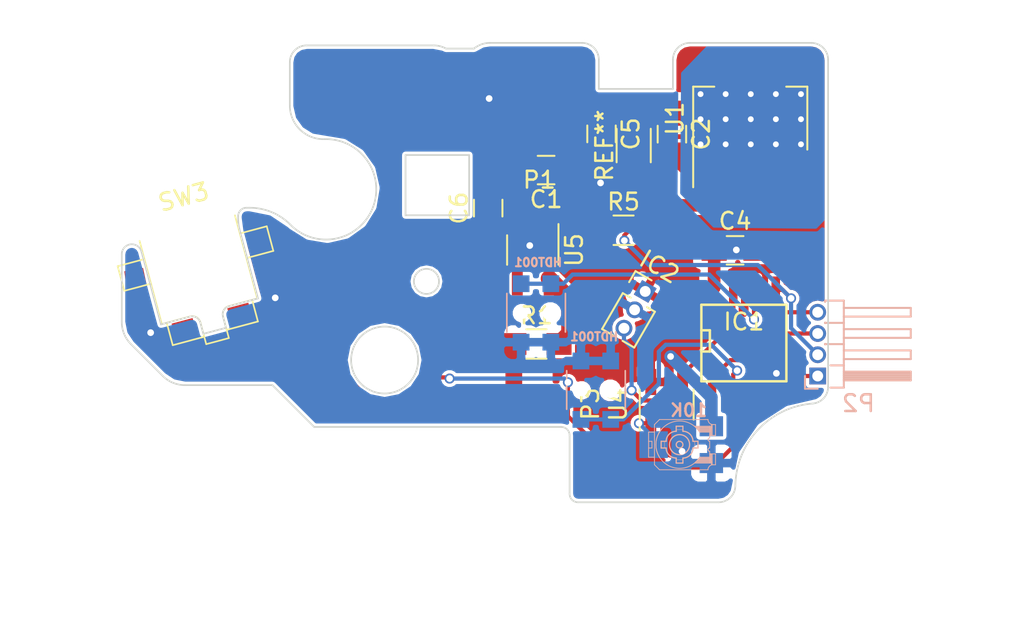
<source format=kicad_pcb>
(kicad_pcb (version 4) (host pcbnew 4.0.7)

  (general
    (links 49)
    (no_connects 0)
    (area 115.50142 107.55295 176.702721 144.990821)
    (thickness 1.6)
    (drawings 177)
    (tracks 169)
    (zones 0)
    (modules 35)
    (nets 15)
  )

  (page A4)
  (layers
    (0 F.Cu signal)
    (31 B.Cu signal)
    (32 B.Adhes user)
    (33 F.Adhes user)
    (34 B.Paste user)
    (35 F.Paste user)
    (36 B.SilkS user)
    (37 F.SilkS user)
    (38 B.Mask user)
    (39 F.Mask user)
    (40 Dwgs.User user)
    (41 Cmts.User user)
    (42 Eco1.User user)
    (43 Eco2.User user)
    (44 Edge.Cuts user)
    (45 Margin user)
    (46 B.CrtYd user)
    (47 F.CrtYd user)
    (48 B.Fab user)
    (49 F.Fab user)
  )

  (setup
    (last_trace_width 0.25)
    (trace_clearance 0.2)
    (zone_clearance 0.16)
    (zone_45_only yes)
    (trace_min 0.2)
    (segment_width 0.2)
    (edge_width 0.1)
    (via_size 0.6)
    (via_drill 0.4)
    (via_min_size 0.4)
    (via_min_drill 0.3)
    (uvia_size 0.3)
    (uvia_drill 0.1)
    (uvias_allowed no)
    (uvia_min_size 0.2)
    (uvia_min_drill 0.1)
    (pcb_text_width 0.3)
    (pcb_text_size 1.5 1.5)
    (mod_edge_width 0.15)
    (mod_text_size 1 1)
    (mod_text_width 0.15)
    (pad_size 0.6 0.6)
    (pad_drill 0.35)
    (pad_to_mask_clearance 0)
    (aux_axis_origin 0 0)
    (visible_elements 7FFFE77F)
    (pcbplotparams
      (layerselection 0x010fc_80000001)
      (usegerberextensions false)
      (excludeedgelayer true)
      (linewidth 0.100000)
      (plotframeref false)
      (viasonmask false)
      (mode 1)
      (useauxorigin false)
      (hpglpennumber 1)
      (hpglpenspeed 20)
      (hpglpendiameter 15)
      (hpglpenoverlay 2)
      (psnegative false)
      (psa4output false)
      (plotreference true)
      (plotvalue true)
      (plotinvisibletext false)
      (padsonsilk false)
      (subtractmaskfromsilk false)
      (outputformat 1)
      (mirror false)
      (drillshape 0)
      (scaleselection 1)
      (outputdirectory ""))
  )

  (net 0 "")
  (net 1 +BATT)
  (net 2 GND)
  (net 3 +5V)
  (net 4 InTrig)
  (net 5 MISO_ICSP)
  (net 6 "Net-(IC1-Pad5)")
  (net 7 Cutoff)
  (net 8 "Net-(IC1-Pad2)")
  (net 9 "Net-(IC1-Pad1)")
  (net 10 "Net-(IC2-Pad3)")
  (net 11 "Net-(P3-Pad1)")
  (net 12 "Net-(R1-Pad2)")
  (net 13 "Net-(R5-Pad1)")
  (net 14 "Net-(RV1-Pad2)")

  (net_class Default "This is the default net class."
    (clearance 0.2)
    (trace_width 0.25)
    (via_dia 0.6)
    (via_drill 0.4)
    (uvia_dia 0.3)
    (uvia_drill 0.1)
    (add_net Cutoff)
    (add_net InTrig)
    (add_net MISO_ICSP)
    (add_net "Net-(IC1-Pad1)")
    (add_net "Net-(IC1-Pad2)")
    (add_net "Net-(IC1-Pad5)")
    (add_net "Net-(IC2-Pad3)")
    (add_net "Net-(R5-Pad1)")
    (add_net "Net-(RV1-Pad2)")
  )

  (net_class GND ""
    (clearance 0.2)
    (trace_width 0.75)
    (via_dia 0.6)
    (via_drill 0.4)
    (uvia_dia 0.3)
    (uvia_drill 0.1)
    (add_net GND)
  )

  (net_class "Gate Driver" ""
    (clearance 0.2)
    (trace_width 1)
    (via_dia 0.6)
    (via_drill 0.4)
    (uvia_dia 0.3)
    (uvia_drill 0.1)
    (add_net "Net-(P3-Pad1)")
    (add_net "Net-(R1-Pad2)")
  )

  (net_class Power ""
    (clearance 0.2)
    (trace_width 0.75)
    (via_dia 0.6)
    (via_drill 0.4)
    (uvia_dia 0.3)
    (uvia_drill 0.1)
    (add_net +5V)
    (add_net +BATT)
  )

  (module VIA (layer F.Cu) (tedit 59F95DD9) (tstamp 59FDC241)
    (at 163.36316 116.25098)
    (fp_text reference REF** (at 0 0.5) (layer F.SilkS) hide
      (effects (font (size 0.127 0.127) (thickness 0.03175)))
    )
    (fp_text value VIA (at 0.127 -3.302) (layer F.Fab) hide
      (effects (font (size 0.127 0.127) (thickness 0.03175)))
    )
    (pad 1 thru_hole circle (at 0 0) (size 0.6 0.6) (drill 0.35) (layers *.Cu)
      (net 3 +5V) (zone_connect 2))
  )

  (module VIA (layer F.Cu) (tedit 59F95DD9) (tstamp 59FDC23D)
    (at 161.86316 116.25098)
    (fp_text reference REF** (at 0 0.5) (layer F.SilkS) hide
      (effects (font (size 0.127 0.127) (thickness 0.03175)))
    )
    (fp_text value VIA (at 0.127 -3.302) (layer F.Fab) hide
      (effects (font (size 0.127 0.127) (thickness 0.03175)))
    )
    (pad 1 thru_hole circle (at 0 0) (size 0.6 0.6) (drill 0.35) (layers *.Cu)
      (net 3 +5V) (zone_connect 2))
  )

  (module VIA (layer F.Cu) (tedit 59F95DD9) (tstamp 59FDC239)
    (at 160.36316 116.25098)
    (fp_text reference REF** (at 0 0.5) (layer F.SilkS) hide
      (effects (font (size 0.127 0.127) (thickness 0.03175)))
    )
    (fp_text value VIA (at 0.127 -3.302) (layer F.Fab) hide
      (effects (font (size 0.127 0.127) (thickness 0.03175)))
    )
    (pad 1 thru_hole circle (at 0 0) (size 0.6 0.6) (drill 0.35) (layers *.Cu)
      (net 3 +5V) (zone_connect 2))
  )

  (module VIA (layer F.Cu) (tedit 59F95DD9) (tstamp 59FDC235)
    (at 158.86316 116.25098)
    (fp_text reference REF** (at 0 0.5) (layer F.SilkS) hide
      (effects (font (size 0.127 0.127) (thickness 0.03175)))
    )
    (fp_text value VIA (at 0.127 -3.302) (layer F.Fab) hide
      (effects (font (size 0.127 0.127) (thickness 0.03175)))
    )
    (pad 1 thru_hole circle (at 0 0) (size 0.6 0.6) (drill 0.35) (layers *.Cu)
      (net 3 +5V) (zone_connect 2))
  )

  (module VIA (layer F.Cu) (tedit 59F95DD9) (tstamp 59FDC231)
    (at 157.36316 116.25098)
    (fp_text reference REF** (at 0 0.5) (layer F.SilkS) hide
      (effects (font (size 0.127 0.127) (thickness 0.03175)))
    )
    (fp_text value VIA (at 0.127 -3.302) (layer F.Fab) hide
      (effects (font (size 0.127 0.127) (thickness 0.03175)))
    )
    (pad 1 thru_hole circle (at 0 0) (size 0.6 0.6) (drill 0.35) (layers *.Cu)
      (net 3 +5V) (zone_connect 2))
  )

  (module VIA (layer F.Cu) (tedit 59F95DD9) (tstamp 59FDC22D)
    (at 163.36316 114.75098)
    (fp_text reference REF** (at 0 0.5) (layer F.SilkS) hide
      (effects (font (size 0.127 0.127) (thickness 0.03175)))
    )
    (fp_text value VIA (at 0.127 -3.302) (layer F.Fab) hide
      (effects (font (size 0.127 0.127) (thickness 0.03175)))
    )
    (pad 1 thru_hole circle (at 0 0) (size 0.6 0.6) (drill 0.35) (layers *.Cu)
      (net 3 +5V) (zone_connect 2))
  )

  (module VIA (layer F.Cu) (tedit 59F95DD9) (tstamp 59FDC229)
    (at 161.86316 114.75098)
    (fp_text reference REF** (at 0 0.5) (layer F.SilkS) hide
      (effects (font (size 0.127 0.127) (thickness 0.03175)))
    )
    (fp_text value VIA (at 0.127 -3.302) (layer F.Fab) hide
      (effects (font (size 0.127 0.127) (thickness 0.03175)))
    )
    (pad 1 thru_hole circle (at 0 0) (size 0.6 0.6) (drill 0.35) (layers *.Cu)
      (net 3 +5V) (zone_connect 2))
  )

  (module VIA (layer F.Cu) (tedit 59F95DD9) (tstamp 59FDC225)
    (at 160.36316 114.75098)
    (fp_text reference REF** (at 0 0.5) (layer F.SilkS) hide
      (effects (font (size 0.127 0.127) (thickness 0.03175)))
    )
    (fp_text value VIA (at 0.127 -3.302) (layer F.Fab) hide
      (effects (font (size 0.127 0.127) (thickness 0.03175)))
    )
    (pad 1 thru_hole circle (at 0 0) (size 0.6 0.6) (drill 0.35) (layers *.Cu)
      (net 3 +5V) (zone_connect 2))
  )

  (module VIA (layer F.Cu) (tedit 59F95DD9) (tstamp 59FDC221)
    (at 158.86316 114.75098)
    (fp_text reference REF** (at 0 0.5) (layer F.SilkS) hide
      (effects (font (size 0.127 0.127) (thickness 0.03175)))
    )
    (fp_text value VIA (at 0.127 -3.302) (layer F.Fab) hide
      (effects (font (size 0.127 0.127) (thickness 0.03175)))
    )
    (pad 1 thru_hole circle (at 0 0) (size 0.6 0.6) (drill 0.35) (layers *.Cu)
      (net 3 +5V) (zone_connect 2))
  )

  (module VIA (layer F.Cu) (tedit 59F95DD9) (tstamp 59FDC21D)
    (at 157.36316 114.75098)
    (fp_text reference REF** (at 0 0.5) (layer F.SilkS) hide
      (effects (font (size 0.127 0.127) (thickness 0.03175)))
    )
    (fp_text value VIA (at 0.127 -3.302) (layer F.Fab) hide
      (effects (font (size 0.127 0.127) (thickness 0.03175)))
    )
    (pad 1 thru_hole circle (at 0 0) (size 0.6 0.6) (drill 0.35) (layers *.Cu)
      (net 3 +5V) (zone_connect 2))
  )

  (module VIA (layer F.Cu) (tedit 59F95DD9) (tstamp 59FDC219)
    (at 163.36316 113.25098)
    (fp_text reference REF** (at 0 0.5) (layer F.SilkS) hide
      (effects (font (size 0.127 0.127) (thickness 0.03175)))
    )
    (fp_text value VIA (at 0.127 -3.302) (layer F.Fab) hide
      (effects (font (size 0.127 0.127) (thickness 0.03175)))
    )
    (pad 1 thru_hole circle (at 0 0) (size 0.6 0.6) (drill 0.35) (layers *.Cu)
      (net 3 +5V) (zone_connect 2))
  )

  (module VIA (layer F.Cu) (tedit 59F95DD9) (tstamp 59FDC215)
    (at 161.86316 113.25098)
    (fp_text reference REF** (at 0 0.5) (layer F.SilkS) hide
      (effects (font (size 0.127 0.127) (thickness 0.03175)))
    )
    (fp_text value VIA (at 0.127 -3.302) (layer F.Fab) hide
      (effects (font (size 0.127 0.127) (thickness 0.03175)))
    )
    (pad 1 thru_hole circle (at 0 0) (size 0.6 0.6) (drill 0.35) (layers *.Cu)
      (net 3 +5V) (zone_connect 2))
  )

  (module VIA (layer F.Cu) (tedit 59F95DD9) (tstamp 59FDC211)
    (at 160.36316 113.25098)
    (fp_text reference REF** (at 0 0.5) (layer F.SilkS) hide
      (effects (font (size 0.127 0.127) (thickness 0.03175)))
    )
    (fp_text value VIA (at 0.127 -3.302) (layer F.Fab) hide
      (effects (font (size 0.127 0.127) (thickness 0.03175)))
    )
    (pad 1 thru_hole circle (at 0 0) (size 0.6 0.6) (drill 0.35) (layers *.Cu)
      (net 3 +5V) (zone_connect 2))
  )

  (module VIA (layer F.Cu) (tedit 59F95DD9) (tstamp 59FDC20D)
    (at 158.86316 113.25098)
    (fp_text reference REF** (at 0 0.5) (layer F.SilkS) hide
      (effects (font (size 0.127 0.127) (thickness 0.03175)))
    )
    (fp_text value VIA (at 0.127 -3.302) (layer F.Fab) hide
      (effects (font (size 0.127 0.127) (thickness 0.03175)))
    )
    (pad 1 thru_hole circle (at 0 0) (size 0.6 0.6) (drill 0.35) (layers *.Cu)
      (net 3 +5V) (zone_connect 2))
  )

  (module VIA (layer F.Cu) (tedit 59F95DD9) (tstamp 59FDC063)
    (at 157.36316 113.25098)
    (fp_text reference REF** (at 0 0.5) (layer F.SilkS) hide
      (effects (font (size 0.127 0.127) (thickness 0.03175)))
    )
    (fp_text value VIA (at 0.127 -3.302) (layer F.Fab) hide
      (effects (font (size 0.127 0.127) (thickness 0.03175)))
    )
    (pad 1 thru_hole circle (at 0 0) (size 0.6 0.6) (drill 0.35) (layers *.Cu)
      (net 3 +5V) (zone_connect 2))
  )

  (module MyParts:ESE1L11T (layer F.Cu) (tedit 59F950E4) (tstamp 59F94CB9)
    (at 129.172909 129.566103 195)
    (path /5965C3D5)
    (fp_text reference SW3 (at -0.0254 10.5156 195) (layer F.SilkS)
      (effects (font (size 1 1) (thickness 0.15)))
    )
    (fp_text value SW_DIP_x01 (at 0 -0.5 195) (layer F.Fab)
      (effects (font (size 1 1) (thickness 0.15)))
    )
    (fp_line (start 3.197 8.664) (end 3.197 3.525246) (layer F.SilkS) (width 0.1))
    (fp_line (start -0.4572 2.1844) (end -2.3876 2.1844) (layer F.SilkS) (width 0.1))
    (fp_line (start 2.8956 3.5154) (end 2.8956 2.1336) (layer F.SilkS) (width 0.1))
    (fp_line (start 4.8514 7.5438) (end 3.2258 7.5438) (layer F.SilkS) (width 0.1))
    (fp_line (start -2.7432 6.0198) (end -4.3688 6.0198) (layer F.SilkS) (width 0.1))
    (fp_line (start 3.197 3.525246) (end 1.447 3.525246) (layer F.SilkS) (width 0.1))
    (fp_line (start 0.947 3.025246) (end 0.947 1.675246) (layer F.SilkS) (width 0.1))
    (fp_line (start -2.703 3.525246) (end -2.703 8.664) (layer F.SilkS) (width 0.1))
    (fp_arc (start 1.447 3.025246) (end 0.947 3.025246) (angle -89.9) (layer F.SilkS) (width 0.1))
    (fp_line (start -4.3688 6.0198) (end -4.3688 7.5438) (layer F.SilkS) (width 0.1))
    (fp_line (start -0.453 1.675246) (end -0.453 3.025246) (layer F.SilkS) (width 0.1))
    (fp_line (start 0.947 1.675246) (end -0.453 1.675246) (layer F.SilkS) (width 0.1))
    (fp_arc (start -0.953 3.025246) (end -0.953 3.525246) (angle -89.9) (layer F.SilkS) (width 0.1))
    (fp_line (start 2.8956 2.1336) (end 0.9652 2.1336) (layer F.SilkS) (width 0.1))
    (fp_line (start -2.3876 2.1844) (end -2.3876 3.5052) (layer F.SilkS) (width 0.1))
    (fp_line (start -4.3688 7.5438) (end -2.7178 7.5438) (layer F.SilkS) (width 0.1))
    (fp_line (start 3.2004 6.0198) (end 4.8514 6.0198) (layer F.SilkS) (width 0.1))
    (fp_line (start -0.953 3.525246) (end -2.703 3.525246) (layer F.SilkS) (width 0.1))
    (fp_line (start 4.8514 6.0198) (end 4.8514 7.5438) (layer F.SilkS) (width 0.1))
    (pad 2 smd rect (at -3.5798 5.2818 285) (size 3 1.25) (layers F.Cu F.Paste F.Mask)
      (net 2 GND))
    (pad 2 smd rect (at -1.4732 1.921 195) (size 1.3 3) (layers F.Cu F.Paste F.Mask)
      (net 2 GND))
    (pad 1 smd rect (at 1.9812 1.8956 195) (size 1.3 3) (layers F.Cu F.Paste F.Mask)
      (net 7 Cutoff))
    (pad 2 smd trapezoid (at 4.111182 5.604193 190) (size 1.24 3) (rect_delta 0 -0.1 ) (layers F.Cu F.Paste F.Mask)
      (net 2 GND))
  )

  (module SMD_Packages:SOIC-8-N (layer F.Cu) (tedit 59F948CD) (tstamp 59F94B9B)
    (at 159.95142 128.12522)
    (descr "Module Narrow CMS SOJ 8 pins large")
    (tags "CMS SOJ")
    (path /591540DA)
    (attr smd)
    (fp_text reference IC1 (at 0 -1.27) (layer F.SilkS)
      (effects (font (size 1 1) (thickness 0.15)))
    )
    (fp_text value ATTINY85-S (at 0 1.27) (layer F.Fab)
      (effects (font (size 1 1) (thickness 0.15)))
    )
    (fp_line (start -2.54 -2.286) (end 2.54 -2.286) (layer F.SilkS) (width 0.15))
    (fp_line (start 2.54 -2.286) (end 2.54 2.286) (layer F.SilkS) (width 0.15))
    (fp_line (start 2.54 2.286) (end -2.54 2.286) (layer F.SilkS) (width 0.15))
    (fp_line (start -2.54 2.286) (end -2.54 -2.286) (layer F.SilkS) (width 0.15))
    (fp_line (start -2.54 -0.762) (end -2.032 -0.762) (layer F.SilkS) (width 0.15))
    (fp_line (start -2.032 -0.762) (end -2.032 0.508) (layer F.SilkS) (width 0.15))
    (fp_line (start -2.032 0.508) (end -2.54 0.508) (layer F.SilkS) (width 0.15))
    (pad 8 smd rect (at -1.905 -3.175) (size 0.508 1.6) (layers F.Cu F.Paste F.Mask)
      (net 3 +5V))
    (pad 7 smd rect (at -0.635 -3.175) (size 0.508 1.6) (layers F.Cu F.Paste F.Mask)
      (net 4 InTrig))
    (pad 6 smd rect (at 0.635 -3.175) (size 0.508 1.6) (layers F.Cu F.Paste F.Mask)
      (net 5 MISO_ICSP))
    (pad 5 smd rect (at 1.905 -3.175) (size 0.508 1.6) (layers F.Cu F.Paste F.Mask)
      (net 6 "Net-(IC1-Pad5)"))
    (pad 4 smd rect (at 1.905 3.175) (size 0.508 1.6) (layers F.Cu F.Paste F.Mask)
      (net 2 GND))
    (pad 3 smd rect (at 0.635 3.175) (size 0.508 1.6) (layers F.Cu F.Paste F.Mask)
      (net 7 Cutoff))
    (pad 2 smd rect (at -0.635 3.175) (size 0.508 1.6) (layers F.Cu F.Paste F.Mask)
      (net 8 "Net-(IC1-Pad2)"))
    (pad 1 smd rect (at -1.905 3.175) (size 0.508 1.6) (layers F.Cu F.Paste F.Mask)
      (net 9 "Net-(IC1-Pad1)"))
    (model SMD_Packages.3dshapes/SOIC-8-N.wrl
      (at (xyz 0 0 0))
      (scale (xyz 0.5 0.38 0.5))
      (rotate (xyz 0 0 0))
    )
  )

  (module MyParts:HDT0001 (layer B.Cu) (tedit 59F94CF6) (tstamp 5977EE4B)
    (at 150.9776 130.9751 180)
    (path /5969AC09)
    (fp_text reference HDT001 (at -0.0254 3.22326 180) (layer B.SilkS)
      (effects (font (size 0.5 0.5) (thickness 0.125)) (justify mirror))
    )
    (fp_text value SW_DIP_x01 (at 0.127 4.5974 180) (layer B.Fab)
      (effects (font (size 1 1) (thickness 0.15)) (justify mirror))
    )
    (fp_line (start -1.8866 -1.1062) (end -1.8866 1.1938) (layer B.SilkS) (width 0.1))
    (fp_circle (center -0.9866 0.0238) (end -0.5866 0.0238) (layer Eco1.User) (width 0.1))
    (fp_circle (center 0.7134 0.0238) (end 1.0134 0.0238) (layer Eco1.User) (width 0.1))
    (fp_line (start 1.6134 1.1938) (end 1.6134 -1.1062) (layer B.SilkS) (width 0.1))
    (pad 1 smd rect (at -1.016 1.778 180) (size 1 1) (layers B.Cu B.Paste B.Mask)
      (net 2 GND))
    (pad 1 smd rect (at 0.762 1.778 180) (size 1 1) (layers B.Cu B.Paste B.Mask)
      (net 2 GND))
    (pad 2 smd rect (at -1.016 -1.7145 180) (size 1 1) (layers B.Cu B.Paste B.Mask)
      (net 8 "Net-(IC1-Pad2)"))
    (pad 2 smd rect (at 0.762 -1.7145 180) (size 1 1) (layers B.Cu B.Paste B.Mask)
      (net 8 "Net-(IC1-Pad2)"))
    (pad "" np_thru_hole circle (at -0.98552 0.02032 180) (size 0.9 0.9) (drill 0.9) (layers *.Cu))
    (pad "" np_thru_hole circle (at 0.7112 0.02032 180) (size 0.7 0.7) (drill 0.7) (layers *.Cu))
  )

  (module MyParts:HDT0001 locked (layer B.Cu) (tedit 59C5F84C) (tstamp 5977EE3D)
    (at 147.40128 126.35992 180)
    (path /5969A85C)
    (fp_text reference HDT001 (at -0.254 3.048 180) (layer B.SilkS)
      (effects (font (size 0.5 0.5) (thickness 0.125)) (justify mirror))
    )
    (fp_text value SW_DIP_x01 (at 0.127 4.5974 180) (layer B.Fab)
      (effects (font (size 1 1) (thickness 0.15)) (justify mirror))
    )
    (fp_line (start -1.8866 -1.1062) (end -1.8866 1.1938) (layer B.SilkS) (width 0.1))
    (fp_circle (center -0.9866 0.0238) (end -0.5866 0.0238) (layer Eco1.User) (width 0.1))
    (fp_circle (center 0.7134 0.0238) (end 1.0134 0.0238) (layer Eco1.User) (width 0.1))
    (fp_line (start 1.6134 1.1938) (end 1.6134 -1.1062) (layer B.SilkS) (width 0.1))
    (pad 1 smd rect (at -1.016 1.778 180) (size 1 1) (layers B.Cu B.Paste B.Mask)
      (net 5 MISO_ICSP))
    (pad 1 smd rect (at 0.762 1.778 180) (size 1 1) (layers B.Cu B.Paste B.Mask)
      (net 5 MISO_ICSP))
    (pad 2 smd rect (at -1.016 -1.7145 180) (size 1 1) (layers B.Cu B.Paste B.Mask)
      (net 2 GND))
    (pad 2 smd rect (at 0.762 -1.7145 180) (size 1 1) (layers B.Cu B.Paste B.Mask)
      (net 2 GND))
    (pad "" np_thru_hole circle (at -0.98552 0.02032 180) (size 0.9 0.9) (drill 0.9) (layers *.Cu))
    (pad "" np_thru_hole circle (at 0.7112 0.02032 180) (size 0.7 0.7) (drill 0.7) (layers *.Cu))
  )

  (module "SMD Trim Pot:AB2_POT_TRIM" locked (layer B.Cu) (tedit 59C5F813) (tstamp 5977EE2F)
    (at 156.1084 134.19836 270)
    (path /591540C4)
    (fp_text reference 10K (at -2.05486 -0.5461 360) (layer B.SilkS)
      (effects (font (size 0.75 0.75) (thickness 0.15)) (justify mirror))
    )
    (fp_text value POT (at 2.58064 0.2794 360) (layer B.SilkS) hide
      (effects (font (size 0.8128 0.8128) (thickness 0.0762)) (justify mirror))
    )
    (fp_line (start 0.85 -1.15) (end 0.9 -1.15) (layer B.SilkS) (width 0.05))
    (fp_line (start -0.85 -1.15) (end -0.9 -1.15) (layer B.SilkS) (width 0.05))
    (fp_line (start -0.85 -1.8) (end -0.85 -1.15) (layer B.SilkS) (width 0.05))
    (fp_line (start -0.85 -1.15) (end -0.8 -1.2) (layer B.SilkS) (width 0.05))
    (fp_line (start 1.1 -1.9) (end 0.55 -1.9) (layer B.SilkS) (width 0.05))
    (fp_line (start 0.55 -1.9) (end 0.55 -1.85) (layer B.SilkS) (width 0.05))
    (fp_line (start 0.55 -1.85) (end 0.8 -1.85) (layer B.SilkS) (width 0.05))
    (fp_line (start 0.8 -1.85) (end 0.8 -1.2) (layer B.SilkS) (width 0.05))
    (fp_line (start 0.8 -1.2) (end 0.85 -1.15) (layer B.SilkS) (width 0.05))
    (fp_line (start 0.85 -1.15) (end 0.85 -1.85) (layer B.SilkS) (width 0.05))
    (fp_line (start 0.85 -1.85) (end 0.8 -1.85) (layer B.SilkS) (width 0.05))
    (fp_line (start 0.8 -1.85) (end 0.9 -1.85) (layer B.SilkS) (width 0.05))
    (fp_line (start 0.9 -1.85) (end 0.9 -1.1) (layer B.SilkS) (width 0.05))
    (fp_line (start 0.9 -1.1) (end 0.95 -1.05) (layer B.SilkS) (width 0.05))
    (fp_line (start 0.95 -1.05) (end 0.95 -1.85) (layer B.SilkS) (width 0.05))
    (fp_line (start 0.95 -1.85) (end 0.9 -1.85) (layer B.SilkS) (width 0.05))
    (fp_line (start 0.9 -1.85) (end 1 -1.85) (layer B.SilkS) (width 0.05))
    (fp_line (start 1 -1.85) (end 1 -1) (layer B.SilkS) (width 0.05))
    (fp_line (start 1 -1) (end 1.05 -0.95) (layer B.SilkS) (width 0.05))
    (fp_line (start 1.05 -0.95) (end 1.05 -1.85) (layer B.SilkS) (width 0.05))
    (fp_line (start 1.05 -1.85) (end 1.05 -1.9) (layer B.SilkS) (width 0.05))
    (fp_line (start 1.05 -1.9) (end 1 -1.9) (layer B.SilkS) (width 0.05))
    (fp_line (start 1 -1.9) (end 1 -1.85) (layer B.SilkS) (width 0.05))
    (fp_line (start -1.1 -1.9) (end -0.55 -1.9) (layer B.SilkS) (width 0.05))
    (fp_line (start -0.55 -1.9) (end -0.55 -1.85) (layer B.SilkS) (width 0.05))
    (fp_line (start -0.55 -1.85) (end -0.8 -1.85) (layer B.SilkS) (width 0.05))
    (fp_line (start -0.8 -1.85) (end -0.8 -1.2) (layer B.SilkS) (width 0.05))
    (fp_line (start -0.85 -1.85) (end -0.8 -1.85) (layer B.SilkS) (width 0.05))
    (fp_line (start -0.8 -1.85) (end -0.9 -1.85) (layer B.SilkS) (width 0.05))
    (fp_line (start -0.9 -1.85) (end -0.9 -1.1) (layer B.SilkS) (width 0.05))
    (fp_line (start -0.9 -1.1) (end -0.95 -1.05) (layer B.SilkS) (width 0.05))
    (fp_line (start -0.95 -1.05) (end -0.95 -1.85) (layer B.SilkS) (width 0.05))
    (fp_line (start -0.95 -1.85) (end -0.9 -1.85) (layer B.SilkS) (width 0.05))
    (fp_line (start -0.9 -1.85) (end -1 -1.85) (layer B.SilkS) (width 0.05))
    (fp_line (start -1 -1.85) (end -1 -1) (layer B.SilkS) (width 0.05))
    (fp_line (start -1 -1) (end -1.05 -0.95) (layer B.SilkS) (width 0.05))
    (fp_line (start -1.05 -0.95) (end -1.05 -1.9) (layer B.SilkS) (width 0.05))
    (fp_line (start -1.05 -1.9) (end -1 -1.9) (layer B.SilkS) (width 0.05))
    (fp_line (start -1 -1.9) (end -1 -1.85) (layer B.SilkS) (width 0.05))
    (fp_line (start 1.2 -1.9) (end 1.1 -1.9) (layer B.SilkS) (width 0.05))
    (fp_line (start 1.1 -1.9) (end 1.1 -1.8) (layer B.SilkS) (width 0.05))
    (fp_line (start -1.2 -1.9) (end -1.1 -1.9) (layer B.SilkS) (width 0.05))
    (fp_line (start -1.1 -1.9) (end -1.1 -1.8) (layer B.SilkS) (width 0.05))
    (fp_line (start 1.2 -2.15) (end 0.55 -2.15) (layer B.SilkS) (width 0.05))
    (fp_line (start 0.55 -2.15) (end 0.55 -1.8) (layer B.SilkS) (width 0.05))
    (fp_line (start -1.2 -2.15) (end -0.55 -2.15) (layer B.SilkS) (width 0.05))
    (fp_line (start -0.55 -2.15) (end -0.55 -1.8) (layer B.SilkS) (width 0.05))
    (fp_line (start 1.2 -2) (end 1.2 -2.15) (layer B.SilkS) (width 0.05))
    (fp_line (start -1.2 -2) (end -1.2 -2.15) (layer B.SilkS) (width 0.05))
    (fp_line (start 1.2 -1.95) (end 0.55 -1.95) (layer B.SilkS) (width 0.05))
    (fp_line (start -1.2 -1.95) (end -0.55 -1.95) (layer B.SilkS) (width 0.05))
    (fp_line (start -0.2 -1.8) (end 0.2 -1.8) (layer B.SilkS) (width 0.05))
    (fp_arc (start 0.3 -1.8) (end 0.2 -1.8) (angle -90) (layer B.SilkS) (width 0.05))
    (fp_arc (start 0.3 -1.8) (end 0.3 -1.7) (angle -90) (layer B.SilkS) (width 0.05))
    (fp_arc (start -0.3 -1.8) (end -0.3 -1.7) (angle -90) (layer B.SilkS) (width 0.05))
    (fp_arc (start -0.3 -1.8) (end -0.4 -1.8) (angle -90) (layer B.SilkS) (width 0.05))
    (fp_line (start 0.75 -1.8) (end 0.4 -1.8) (layer B.SilkS) (width 0.05))
    (fp_line (start -0.75 -1.8) (end -0.4 -1.8) (layer B.SilkS) (width 0.05))
    (fp_arc (start 1.5 -2) (end 1.2 -2) (angle -90) (layer B.SilkS) (width 0.05))
    (fp_arc (start -1.5 -2) (end -1.5 -1.7) (angle -90) (layer B.SilkS) (width 0.05))
    (fp_line (start 0.75 -1.2) (end 0.75 -1.8) (layer B.SilkS) (width 0.05))
    (fp_line (start 0.75 -1.8) (end 1.1 -1.8) (layer B.SilkS) (width 0.05))
    (fp_line (start 1.1 -1.8) (end 1.1 -0.9) (layer B.SilkS) (width 0.05))
    (fp_line (start -0.75 -1.2) (end -0.75 -1.8) (layer B.SilkS) (width 0.05))
    (fp_line (start -0.75 -1.8) (end -1.1 -1.8) (layer B.SilkS) (width 0.05))
    (fp_line (start -1.1 -1.8) (end -1.1 -0.9) (layer B.SilkS) (width 0.05))
    (fp_line (start -1.5 1.2) (end -1.5 -1.7) (layer B.SilkS) (width 0.05))
    (fp_line (start 1.5 1.2) (end 1.5 -1.7) (layer B.SilkS) (width 0.05))
    (fp_line (start -0.2 1.85) (end -0.2 1.65) (layer B.SilkS) (width 0.05))
    (fp_line (start -0.2 1.65) (end 0.2 1.65) (layer B.SilkS) (width 0.05))
    (fp_line (start 0.2 1.65) (end 0.2 1.85) (layer B.SilkS) (width 0.05))
    (fp_line (start -0.75 1.5) (end -0.75 1.85) (layer B.SilkS) (width 0.05))
    (fp_line (start -0.75 1.85) (end 0.75 1.85) (layer B.SilkS) (width 0.05))
    (fp_line (start 0.75 1.85) (end 0.75 1.5) (layer B.SilkS) (width 0.05))
    (fp_line (start -1.2 1.5) (end -1.5 1.2) (layer B.SilkS) (width 0.05))
    (fp_line (start 1.2 1.5) (end 1.5 1.2) (layer B.SilkS) (width 0.05))
    (fp_line (start -1.2 1.5) (end 1.2 1.5) (layer B.SilkS) (width 0.05))
    (fp_arc (start 0 0) (end -0.75 1.2) (angle -90) (layer B.SilkS) (width 0.05))
    (fp_arc (start 0 0) (end -1.2 0.75) (angle -90) (layer B.SilkS) (width 0.05))
    (fp_arc (start 0 0) (end 1.2 0.75) (angle -90) (layer B.SilkS) (width 0.05))
    (fp_arc (start 0 0) (end -0.75 -1.2) (angle -90) (layer B.SilkS) (width 0.05))
    (fp_line (start -0.9 0.2) (end -0.9 -0.2) (layer B.SilkS) (width 0.025))
    (fp_line (start 0.2 -0.9) (end -0.2 -0.9) (layer B.SilkS) (width 0.025))
    (fp_line (start 0.9 0.2) (end 0.9 -0.2) (layer B.SilkS) (width 0.025))
    (fp_line (start -0.2 0.9) (end 0.2 0.9) (layer B.SilkS) (width 0.025))
    (fp_line (start -0.8 -0.2) (end -1.1 -0.2) (layer B.SilkS) (width 0.075))
    (fp_line (start -1.1 -0.2) (end -1.1 0.2) (layer B.SilkS) (width 0.075))
    (fp_line (start -1.1 0.2) (end -0.8 0.2) (layer B.SilkS) (width 0.075))
    (fp_line (start 0.2 -0.8) (end 0.2 -1.1) (layer B.SilkS) (width 0.075))
    (fp_line (start 0.2 -1.1) (end -0.2 -1.1) (layer B.SilkS) (width 0.075))
    (fp_line (start -0.2 -1.1) (end -0.2 -0.8) (layer B.SilkS) (width 0.075))
    (fp_line (start 0.8 0.2) (end 1.1 0.2) (layer B.SilkS) (width 0.075))
    (fp_line (start 1.1 0.2) (end 1.1 -0.2) (layer B.SilkS) (width 0.075))
    (fp_line (start 1.1 -0.2) (end 0.8 -0.2) (layer B.SilkS) (width 0.075))
    (fp_line (start -0.2 0.8) (end -0.2 1.1) (layer B.SilkS) (width 0.075))
    (fp_line (start -0.2 1.1) (end 0.2 1.1) (layer B.SilkS) (width 0.075))
    (fp_line (start 0.2 1.1) (end 0.2 0.8) (layer B.SilkS) (width 0.075))
    (fp_arc (start 0.2 -0.2) (end 0.8 -0.2) (angle -90) (layer B.SilkS) (width 0.075))
    (fp_arc (start -0.2 -0.2) (end -0.2 -0.8) (angle -90) (layer B.SilkS) (width 0.075))
    (fp_arc (start -0.2 0.2) (end -0.8 0.2) (angle -90) (layer B.SilkS) (width 0.075))
    (fp_arc (start 0.2 0.2) (end 0.2 0.8) (angle -90) (layer B.SilkS) (width 0.075))
    (fp_circle (center 0 0) (end 0 0.6) (layer B.SilkS) (width 0.075))
    (fp_circle (center 0 0) (end 0 0.2) (layer B.SilkS) (width 0.075))
    (pad 2 smd rect (at 0 1.55 270) (size 1.6 1.7) (layers B.Cu B.Paste B.Mask)
      (net 14 "Net-(RV1-Pad2)"))
    (pad 1 smd rect (at -1.1 -1.9 270) (size 1.2 1.4) (layers B.Cu B.Paste B.Mask)
      (net 3 +5V))
    (pad 3 smd rect (at 1.1 -1.9 270) (size 1.2 1.4) (layers B.Cu B.Paste B.Mask)
      (net 2 GND))
    (model ab2_passive/AB2_POT_TRIM.x3d
      (at (xyz 0 0 0))
      (scale (xyz 0.3937 0.3937 0.3937))
      (rotate (xyz 0 0 0))
    )
  )

  (module Capacitors_SMD:C_0805_HandSoldering (layer F.Cu) (tedit 58AA84A8) (tstamp 59F94B33)
    (at 148.13312 117.78996 180)
    (descr "Capacitor SMD 0805, hand soldering")
    (tags "capacitor 0805")
    (path /591540C6)
    (attr smd)
    (fp_text reference C1 (at 0 -1.75 180) (layer F.SilkS)
      (effects (font (size 1 1) (thickness 0.15)))
    )
    (fp_text value 10uF (at 0 1.75 180) (layer F.Fab)
      (effects (font (size 1 1) (thickness 0.15)))
    )
    (fp_text user %R (at 0 -1.75 180) (layer F.Fab)
      (effects (font (size 1 1) (thickness 0.15)))
    )
    (fp_line (start -1 0.62) (end -1 -0.62) (layer F.Fab) (width 0.1))
    (fp_line (start 1 0.62) (end -1 0.62) (layer F.Fab) (width 0.1))
    (fp_line (start 1 -0.62) (end 1 0.62) (layer F.Fab) (width 0.1))
    (fp_line (start -1 -0.62) (end 1 -0.62) (layer F.Fab) (width 0.1))
    (fp_line (start 0.5 -0.85) (end -0.5 -0.85) (layer F.SilkS) (width 0.12))
    (fp_line (start -0.5 0.85) (end 0.5 0.85) (layer F.SilkS) (width 0.12))
    (fp_line (start -2.25 -0.88) (end 2.25 -0.88) (layer F.CrtYd) (width 0.05))
    (fp_line (start -2.25 -0.88) (end -2.25 0.87) (layer F.CrtYd) (width 0.05))
    (fp_line (start 2.25 0.87) (end 2.25 -0.88) (layer F.CrtYd) (width 0.05))
    (fp_line (start 2.25 0.87) (end -2.25 0.87) (layer F.CrtYd) (width 0.05))
    (pad 1 smd rect (at -1.25 0 180) (size 1.5 1.25) (layers F.Cu F.Paste F.Mask)
      (net 1 +BATT))
    (pad 2 smd rect (at 1.25 0 180) (size 1.5 1.25) (layers F.Cu F.Paste F.Mask)
      (net 2 GND))
    (model Capacitors_SMD.3dshapes/C_0805.wrl
      (at (xyz 0 0 0))
      (scale (xyz 1 1 1))
      (rotate (xyz 0 0 0))
    )
  )

  (module Capacitors_SMD:C_0805_HandSoldering (layer F.Cu) (tedit 58AA84A8) (tstamp 59F94B44)
    (at 155.6512 115.64398 270)
    (descr "Capacitor SMD 0805, hand soldering")
    (tags "capacitor 0805")
    (path /591540DB)
    (attr smd)
    (fp_text reference C2 (at 0 -1.75 270) (layer F.SilkS)
      (effects (font (size 1 1) (thickness 0.15)))
    )
    (fp_text value 22uF (at 0 1.75 270) (layer F.Fab)
      (effects (font (size 1 1) (thickness 0.15)))
    )
    (fp_text user %R (at 0 -1.75 270) (layer F.Fab)
      (effects (font (size 1 1) (thickness 0.15)))
    )
    (fp_line (start -1 0.62) (end -1 -0.62) (layer F.Fab) (width 0.1))
    (fp_line (start 1 0.62) (end -1 0.62) (layer F.Fab) (width 0.1))
    (fp_line (start 1 -0.62) (end 1 0.62) (layer F.Fab) (width 0.1))
    (fp_line (start -1 -0.62) (end 1 -0.62) (layer F.Fab) (width 0.1))
    (fp_line (start 0.5 -0.85) (end -0.5 -0.85) (layer F.SilkS) (width 0.12))
    (fp_line (start -0.5 0.85) (end 0.5 0.85) (layer F.SilkS) (width 0.12))
    (fp_line (start -2.25 -0.88) (end 2.25 -0.88) (layer F.CrtYd) (width 0.05))
    (fp_line (start -2.25 -0.88) (end -2.25 0.87) (layer F.CrtYd) (width 0.05))
    (fp_line (start 2.25 0.87) (end 2.25 -0.88) (layer F.CrtYd) (width 0.05))
    (fp_line (start 2.25 0.87) (end -2.25 0.87) (layer F.CrtYd) (width 0.05))
    (pad 1 smd rect (at -1.25 0 270) (size 1.5 1.25) (layers F.Cu F.Paste F.Mask)
      (net 3 +5V))
    (pad 2 smd rect (at 1.25 0 270) (size 1.5 1.25) (layers F.Cu F.Paste F.Mask)
      (net 2 GND))
    (model Capacitors_SMD.3dshapes/C_0805.wrl
      (at (xyz 0 0 0))
      (scale (xyz 1 1 1))
      (rotate (xyz 0 0 0))
    )
  )

  (module Capacitors_SMD:C_0805_HandSoldering (layer F.Cu) (tedit 58AA84A8) (tstamp 59F94B66)
    (at 159.42596 122.58548)
    (descr "Capacitor SMD 0805, hand soldering")
    (tags "capacitor 0805")
    (path /591540D3)
    (attr smd)
    (fp_text reference C4 (at 0 -1.75) (layer F.SilkS)
      (effects (font (size 1 1) (thickness 0.15)))
    )
    (fp_text value C4.7uF (at 0 1.75) (layer F.Fab)
      (effects (font (size 1 1) (thickness 0.15)))
    )
    (fp_text user %R (at 0 -1.75) (layer F.Fab)
      (effects (font (size 1 1) (thickness 0.15)))
    )
    (fp_line (start -1 0.62) (end -1 -0.62) (layer F.Fab) (width 0.1))
    (fp_line (start 1 0.62) (end -1 0.62) (layer F.Fab) (width 0.1))
    (fp_line (start 1 -0.62) (end 1 0.62) (layer F.Fab) (width 0.1))
    (fp_line (start -1 -0.62) (end 1 -0.62) (layer F.Fab) (width 0.1))
    (fp_line (start 0.5 -0.85) (end -0.5 -0.85) (layer F.SilkS) (width 0.12))
    (fp_line (start -0.5 0.85) (end 0.5 0.85) (layer F.SilkS) (width 0.12))
    (fp_line (start -2.25 -0.88) (end 2.25 -0.88) (layer F.CrtYd) (width 0.05))
    (fp_line (start -2.25 -0.88) (end -2.25 0.87) (layer F.CrtYd) (width 0.05))
    (fp_line (start 2.25 0.87) (end 2.25 -0.88) (layer F.CrtYd) (width 0.05))
    (fp_line (start 2.25 0.87) (end -2.25 0.87) (layer F.CrtYd) (width 0.05))
    (pad 1 smd rect (at -1.25 0) (size 1.5 1.25) (layers F.Cu F.Paste F.Mask)
      (net 3 +5V))
    (pad 2 smd rect (at 1.25 0) (size 1.5 1.25) (layers F.Cu F.Paste F.Mask)
      (net 2 GND))
    (model Capacitors_SMD.3dshapes/C_0805.wrl
      (at (xyz 0 0 0))
      (scale (xyz 1 1 1))
      (rotate (xyz 0 0 0))
    )
  )

  (module Capacitors_SMD:C_0805_HandSoldering (layer F.Cu) (tedit 58AA84A8) (tstamp 59F94B77)
    (at 151.44496 115.6281 270)
    (descr "Capacitor SMD 0805, hand soldering")
    (tags "capacitor 0805")
    (path /591540D4)
    (attr smd)
    (fp_text reference C5 (at 0 -1.75 270) (layer F.SilkS)
      (effects (font (size 1 1) (thickness 0.15)))
    )
    (fp_text value .1uF (at 0 1.75 270) (layer F.Fab)
      (effects (font (size 1 1) (thickness 0.15)))
    )
    (fp_text user %R (at 0 -1.75 270) (layer F.Fab)
      (effects (font (size 1 1) (thickness 0.15)))
    )
    (fp_line (start -1 0.62) (end -1 -0.62) (layer F.Fab) (width 0.1))
    (fp_line (start 1 0.62) (end -1 0.62) (layer F.Fab) (width 0.1))
    (fp_line (start 1 -0.62) (end 1 0.62) (layer F.Fab) (width 0.1))
    (fp_line (start -1 -0.62) (end 1 -0.62) (layer F.Fab) (width 0.1))
    (fp_line (start 0.5 -0.85) (end -0.5 -0.85) (layer F.SilkS) (width 0.12))
    (fp_line (start -0.5 0.85) (end 0.5 0.85) (layer F.SilkS) (width 0.12))
    (fp_line (start -2.25 -0.88) (end 2.25 -0.88) (layer F.CrtYd) (width 0.05))
    (fp_line (start -2.25 -0.88) (end -2.25 0.87) (layer F.CrtYd) (width 0.05))
    (fp_line (start 2.25 0.87) (end 2.25 -0.88) (layer F.CrtYd) (width 0.05))
    (fp_line (start 2.25 0.87) (end -2.25 0.87) (layer F.CrtYd) (width 0.05))
    (pad 1 smd rect (at -1.25 0 270) (size 1.5 1.25) (layers F.Cu F.Paste F.Mask)
      (net 3 +5V))
    (pad 2 smd rect (at 1.25 0 270) (size 1.5 1.25) (layers F.Cu F.Paste F.Mask)
      (net 2 GND))
    (model Capacitors_SMD.3dshapes/C_0805.wrl
      (at (xyz 0 0 0))
      (scale (xyz 1 1 1))
      (rotate (xyz 0 0 0))
    )
  )

  (module Capacitors_SMD:C_0805_HandSoldering (layer F.Cu) (tedit 58AA84A8) (tstamp 59F94B88)
    (at 144.67332 120.06358 90)
    (descr "Capacitor SMD 0805, hand soldering")
    (tags "capacitor 0805")
    (path /594CE048)
    (attr smd)
    (fp_text reference C6 (at 0 -1.75 90) (layer F.SilkS)
      (effects (font (size 1 1) (thickness 0.15)))
    )
    (fp_text value C (at 0 1.75 90) (layer F.Fab)
      (effects (font (size 1 1) (thickness 0.15)))
    )
    (fp_text user %R (at 0 -1.75 90) (layer F.Fab)
      (effects (font (size 1 1) (thickness 0.15)))
    )
    (fp_line (start -1 0.62) (end -1 -0.62) (layer F.Fab) (width 0.1))
    (fp_line (start 1 0.62) (end -1 0.62) (layer F.Fab) (width 0.1))
    (fp_line (start 1 -0.62) (end 1 0.62) (layer F.Fab) (width 0.1))
    (fp_line (start -1 -0.62) (end 1 -0.62) (layer F.Fab) (width 0.1))
    (fp_line (start 0.5 -0.85) (end -0.5 -0.85) (layer F.SilkS) (width 0.12))
    (fp_line (start -0.5 0.85) (end 0.5 0.85) (layer F.SilkS) (width 0.12))
    (fp_line (start -2.25 -0.88) (end 2.25 -0.88) (layer F.CrtYd) (width 0.05))
    (fp_line (start -2.25 -0.88) (end -2.25 0.87) (layer F.CrtYd) (width 0.05))
    (fp_line (start 2.25 0.87) (end 2.25 -0.88) (layer F.CrtYd) (width 0.05))
    (fp_line (start 2.25 0.87) (end -2.25 0.87) (layer F.CrtYd) (width 0.05))
    (pad 1 smd rect (at -1.25 0 90) (size 1.5 1.25) (layers F.Cu F.Paste F.Mask)
      (net 1 +BATT))
    (pad 2 smd rect (at 1.25 0 90) (size 1.5 1.25) (layers F.Cu F.Paste F.Mask)
      (net 2 GND))
    (model Capacitors_SMD.3dshapes/C_0805.wrl
      (at (xyz 0 0 0))
      (scale (xyz 1 1 1))
      (rotate (xyz 0 0 0))
    )
  )

  (module MyParts:GU-SMD-Con-2x (layer F.Cu) (tedit 596E4E19) (tstamp 59F94BA8)
    (at 147.7391 114.1222)
    (path /594C4F2B)
    (fp_text reference P1 (at -0.01016 4.25704) (layer F.SilkS)
      (effects (font (size 1 1) (thickness 0.15)))
    )
    (fp_text value CONN_01X02 (at 0 -3.81) (layer F.Fab)
      (effects (font (size 1 1) (thickness 0.15)))
    )
    (pad 1 smd rect (at -1.524 0) (size 2 5) (layers F.Cu F.Paste F.Mask)
      (net 2 GND))
    (pad 2 smd rect (at 1.524 0) (size 2 5) (layers F.Cu F.Paste F.Mask)
      (net 1 +BATT))
  )

  (module Pin_Headers:Pin_Header_Angled_1x04_Pitch1.27mm (layer B.Cu) (tedit 59650535) (tstamp 59F94BED)
    (at 164.3634 130.09626)
    (descr "Through hole angled pin header, 1x04, 1.27mm pitch, 4.0mm pin length, single row")
    (tags "Through hole angled pin header THT 1x04 1.27mm single row")
    (path /594C8721)
    (fp_text reference P2 (at 2.4325 1.635) (layer B.SilkS)
      (effects (font (size 1 1) (thickness 0.15)) (justify mirror))
    )
    (fp_text value CONN_01X04 (at 2.4325 -5.445) (layer B.Fab)
      (effects (font (size 1 1) (thickness 0.15)) (justify mirror))
    )
    (fp_line (start 0.75 0.635) (end 1.5 0.635) (layer B.Fab) (width 0.1))
    (fp_line (start 1.5 0.635) (end 1.5 -4.445) (layer B.Fab) (width 0.1))
    (fp_line (start 1.5 -4.445) (end 0.5 -4.445) (layer B.Fab) (width 0.1))
    (fp_line (start 0.5 -4.445) (end 0.5 0.385) (layer B.Fab) (width 0.1))
    (fp_line (start 0.5 0.385) (end 0.75 0.635) (layer B.Fab) (width 0.1))
    (fp_line (start -0.2 0.2) (end 0.5 0.2) (layer B.Fab) (width 0.1))
    (fp_line (start -0.2 0.2) (end -0.2 -0.2) (layer B.Fab) (width 0.1))
    (fp_line (start -0.2 -0.2) (end 0.5 -0.2) (layer B.Fab) (width 0.1))
    (fp_line (start 1.5 0.2) (end 5.5 0.2) (layer B.Fab) (width 0.1))
    (fp_line (start 5.5 0.2) (end 5.5 -0.2) (layer B.Fab) (width 0.1))
    (fp_line (start 1.5 -0.2) (end 5.5 -0.2) (layer B.Fab) (width 0.1))
    (fp_line (start -0.2 -1.07) (end 0.5 -1.07) (layer B.Fab) (width 0.1))
    (fp_line (start -0.2 -1.07) (end -0.2 -1.47) (layer B.Fab) (width 0.1))
    (fp_line (start -0.2 -1.47) (end 0.5 -1.47) (layer B.Fab) (width 0.1))
    (fp_line (start 1.5 -1.07) (end 5.5 -1.07) (layer B.Fab) (width 0.1))
    (fp_line (start 5.5 -1.07) (end 5.5 -1.47) (layer B.Fab) (width 0.1))
    (fp_line (start 1.5 -1.47) (end 5.5 -1.47) (layer B.Fab) (width 0.1))
    (fp_line (start -0.2 -2.34) (end 0.5 -2.34) (layer B.Fab) (width 0.1))
    (fp_line (start -0.2 -2.34) (end -0.2 -2.74) (layer B.Fab) (width 0.1))
    (fp_line (start -0.2 -2.74) (end 0.5 -2.74) (layer B.Fab) (width 0.1))
    (fp_line (start 1.5 -2.34) (end 5.5 -2.34) (layer B.Fab) (width 0.1))
    (fp_line (start 5.5 -2.34) (end 5.5 -2.74) (layer B.Fab) (width 0.1))
    (fp_line (start 1.5 -2.74) (end 5.5 -2.74) (layer B.Fab) (width 0.1))
    (fp_line (start -0.2 -3.61) (end 0.5 -3.61) (layer B.Fab) (width 0.1))
    (fp_line (start -0.2 -3.61) (end -0.2 -4.01) (layer B.Fab) (width 0.1))
    (fp_line (start -0.2 -4.01) (end 0.5 -4.01) (layer B.Fab) (width 0.1))
    (fp_line (start 1.5 -3.61) (end 5.5 -3.61) (layer B.Fab) (width 0.1))
    (fp_line (start 5.5 -3.61) (end 5.5 -4.01) (layer B.Fab) (width 0.1))
    (fp_line (start 1.5 -4.01) (end 5.5 -4.01) (layer B.Fab) (width 0.1))
    (fp_line (start 0.76 0.695) (end 1.56 0.695) (layer B.SilkS) (width 0.12))
    (fp_line (start 1.56 0.695) (end 1.56 -4.505) (layer B.SilkS) (width 0.12))
    (fp_line (start 1.56 -4.505) (end 0.44 -4.505) (layer B.SilkS) (width 0.12))
    (fp_line (start 0.44 -4.505) (end 0.44 -4.429677) (layer B.SilkS) (width 0.12))
    (fp_line (start 1.56 0.26) (end 5.56 0.26) (layer B.SilkS) (width 0.12))
    (fp_line (start 5.56 0.26) (end 5.56 -0.26) (layer B.SilkS) (width 0.12))
    (fp_line (start 5.56 -0.26) (end 1.56 -0.26) (layer B.SilkS) (width 0.12))
    (fp_line (start 1.56 0.2) (end 5.56 0.2) (layer B.SilkS) (width 0.12))
    (fp_line (start 1.56 0.08) (end 5.56 0.08) (layer B.SilkS) (width 0.12))
    (fp_line (start 1.56 -0.04) (end 5.56 -0.04) (layer B.SilkS) (width 0.12))
    (fp_line (start 1.56 -0.16) (end 5.56 -0.16) (layer B.SilkS) (width 0.12))
    (fp_line (start 0.76 -0.635) (end 1.56 -0.635) (layer B.SilkS) (width 0.12))
    (fp_line (start 1.56 -1.01) (end 5.56 -1.01) (layer B.SilkS) (width 0.12))
    (fp_line (start 5.56 -1.01) (end 5.56 -1.53) (layer B.SilkS) (width 0.12))
    (fp_line (start 5.56 -1.53) (end 1.56 -1.53) (layer B.SilkS) (width 0.12))
    (fp_line (start 0.44 -1.905) (end 1.56 -1.905) (layer B.SilkS) (width 0.12))
    (fp_line (start 0.44 -1.889677) (end 0.44 -1.920323) (layer B.SilkS) (width 0.12))
    (fp_line (start 1.56 -2.28) (end 5.56 -2.28) (layer B.SilkS) (width 0.12))
    (fp_line (start 5.56 -2.28) (end 5.56 -2.8) (layer B.SilkS) (width 0.12))
    (fp_line (start 5.56 -2.8) (end 1.56 -2.8) (layer B.SilkS) (width 0.12))
    (fp_line (start 0.44 -3.175) (end 1.56 -3.175) (layer B.SilkS) (width 0.12))
    (fp_line (start 0.44 -3.159677) (end 0.44 -3.190323) (layer B.SilkS) (width 0.12))
    (fp_line (start 1.56 -3.55) (end 5.56 -3.55) (layer B.SilkS) (width 0.12))
    (fp_line (start 5.56 -3.55) (end 5.56 -4.07) (layer B.SilkS) (width 0.12))
    (fp_line (start 5.56 -4.07) (end 1.56 -4.07) (layer B.SilkS) (width 0.12))
    (fp_line (start -0.76 0) (end -0.76 0.76) (layer B.SilkS) (width 0.12))
    (fp_line (start -0.76 0.76) (end 0 0.76) (layer B.SilkS) (width 0.12))
    (fp_line (start -1.15 1.15) (end -1.15 -4.95) (layer B.CrtYd) (width 0.05))
    (fp_line (start -1.15 -4.95) (end 6 -4.95) (layer B.CrtYd) (width 0.05))
    (fp_line (start 6 -4.95) (end 6 1.15) (layer B.CrtYd) (width 0.05))
    (fp_line (start 6 1.15) (end -1.15 1.15) (layer B.CrtYd) (width 0.05))
    (fp_text user %R (at 1 -1.905 270) (layer B.Fab)
      (effects (font (size 0.6 0.6) (thickness 0.09)) (justify mirror))
    )
    (pad 1 thru_hole rect (at 0 0) (size 1 1) (drill 0.65) (layers *.Cu *.Mask)
      (net 9 "Net-(IC1-Pad1)"))
    (pad 2 thru_hole oval (at 0 -1.27) (size 1 1) (drill 0.65) (layers *.Cu *.Mask)
      (net 6 "Net-(IC1-Pad5)"))
    (pad 3 thru_hole oval (at 0 -2.54) (size 1 1) (drill 0.65) (layers *.Cu *.Mask)
      (net 4 InTrig))
    (pad 4 thru_hole oval (at 0 -3.81) (size 1 1) (drill 0.65) (layers *.Cu *.Mask)
      (net 5 MISO_ICSP))
    (model ${KISYS3DMOD}/Pin_Headers.3dshapes/Pin_Header_Angled_1x04_Pitch1.27mm.wrl
      (at (xyz 0 0 0))
      (scale (xyz 1 1 1))
      (rotate (xyz 0 0 0))
    )
  )

  (module MyParts:GU-SMD-Con (layer F.Cu) (tedit 596E46B9) (tstamp 59F94BF2)
    (at 146.52244 131.75234 90)
    (path /594CCC03)
    (fp_text reference P3 (at -0.01016 4.25704 90) (layer F.SilkS)
      (effects (font (size 1 1) (thickness 0.15)))
    )
    (fp_text value CONN_01X01 (at 0 -3.81 90) (layer F.Fab)
      (effects (font (size 1 1) (thickness 0.15)))
    )
    (pad 1 smd rect (at 0 0 90) (size 2 5) (layers F.Cu F.Paste F.Mask)
      (net 11 "Net-(P3-Pad1)"))
  )

  (module Resistors_SMD:R_0805_HandSoldering (layer F.Cu) (tedit 58E0A804) (tstamp 59F94C03)
    (at 147.55494 128.18364)
    (descr "Resistor SMD 0805, hand soldering")
    (tags "resistor 0805")
    (path /594D39E9)
    (attr smd)
    (fp_text reference R1 (at 0 -1.7) (layer F.SilkS)
      (effects (font (size 1 1) (thickness 0.15)))
    )
    (fp_text value R (at 0 1.75) (layer F.Fab)
      (effects (font (size 1 1) (thickness 0.15)))
    )
    (fp_text user %R (at 0 0) (layer F.Fab)
      (effects (font (size 0.5 0.5) (thickness 0.075)))
    )
    (fp_line (start -1 0.62) (end -1 -0.62) (layer F.Fab) (width 0.1))
    (fp_line (start 1 0.62) (end -1 0.62) (layer F.Fab) (width 0.1))
    (fp_line (start 1 -0.62) (end 1 0.62) (layer F.Fab) (width 0.1))
    (fp_line (start -1 -0.62) (end 1 -0.62) (layer F.Fab) (width 0.1))
    (fp_line (start 0.6 0.88) (end -0.6 0.88) (layer F.SilkS) (width 0.12))
    (fp_line (start -0.6 -0.88) (end 0.6 -0.88) (layer F.SilkS) (width 0.12))
    (fp_line (start -2.35 -0.9) (end 2.35 -0.9) (layer F.CrtYd) (width 0.05))
    (fp_line (start -2.35 -0.9) (end -2.35 0.9) (layer F.CrtYd) (width 0.05))
    (fp_line (start 2.35 0.9) (end 2.35 -0.9) (layer F.CrtYd) (width 0.05))
    (fp_line (start 2.35 0.9) (end -2.35 0.9) (layer F.CrtYd) (width 0.05))
    (pad 1 smd rect (at -1.35 0) (size 1.5 1.3) (layers F.Cu F.Paste F.Mask)
      (net 11 "Net-(P3-Pad1)"))
    (pad 2 smd rect (at 1.35 0) (size 1.5 1.3) (layers F.Cu F.Paste F.Mask)
      (net 12 "Net-(R1-Pad2)"))
    (model ${KISYS3DMOD}/Resistors_SMD.3dshapes/R_0805.wrl
      (at (xyz 0 0 0))
      (scale (xyz 1 1 1))
      (rotate (xyz 0 0 0))
    )
  )

  (module Resistors_SMD:R_0805_HandSoldering (layer F.Cu) (tedit 58E0A804) (tstamp 59F94C14)
    (at 152.76196 121.3866)
    (descr "Resistor SMD 0805, hand soldering")
    (tags "resistor 0805")
    (path /591D6374)
    (attr smd)
    (fp_text reference R5 (at 0 -1.7) (layer F.SilkS)
      (effects (font (size 1 1) (thickness 0.15)))
    )
    (fp_text value R (at 0 1.75) (layer F.Fab)
      (effects (font (size 1 1) (thickness 0.15)))
    )
    (fp_text user %R (at 0 0) (layer F.Fab)
      (effects (font (size 0.5 0.5) (thickness 0.075)))
    )
    (fp_line (start -1 0.62) (end -1 -0.62) (layer F.Fab) (width 0.1))
    (fp_line (start 1 0.62) (end -1 0.62) (layer F.Fab) (width 0.1))
    (fp_line (start 1 -0.62) (end 1 0.62) (layer F.Fab) (width 0.1))
    (fp_line (start -1 -0.62) (end 1 -0.62) (layer F.Fab) (width 0.1))
    (fp_line (start 0.6 0.88) (end -0.6 0.88) (layer F.SilkS) (width 0.12))
    (fp_line (start -0.6 -0.88) (end 0.6 -0.88) (layer F.SilkS) (width 0.12))
    (fp_line (start -2.35 -0.9) (end 2.35 -0.9) (layer F.CrtYd) (width 0.05))
    (fp_line (start -2.35 -0.9) (end -2.35 0.9) (layer F.CrtYd) (width 0.05))
    (fp_line (start 2.35 0.9) (end 2.35 -0.9) (layer F.CrtYd) (width 0.05))
    (fp_line (start 2.35 0.9) (end -2.35 0.9) (layer F.CrtYd) (width 0.05))
    (pad 1 smd rect (at -1.35 0) (size 1.5 1.3) (layers F.Cu F.Paste F.Mask)
      (net 13 "Net-(R5-Pad1)"))
    (pad 2 smd rect (at 1.35 0) (size 1.5 1.3) (layers F.Cu F.Paste F.Mask)
      (net 6 "Net-(IC1-Pad5)"))
    (model ${KISYS3DMOD}/Resistors_SMD.3dshapes/R_0805.wrl
      (at (xyz 0 0 0))
      (scale (xyz 1 1 1))
      (rotate (xyz 0 0 0))
    )
  )

  (module TO_SOT_Packages_SMD:SOT-223 (layer F.Cu) (tedit 59F951D4) (tstamp 59F94CCF)
    (at 160.33242 114.71696 90)
    (descr "module CMS SOT223 4 pins")
    (tags "CMS SOT")
    (path /591540E3)
    (attr smd)
    (fp_text reference U1 (at 0 -4.5 90) (layer F.SilkS)
      (effects (font (size 1 1) (thickness 0.15)))
    )
    (fp_text value AP1117 (at 0 4.5 90) (layer F.Fab)
      (effects (font (size 1 1) (thickness 0.15)))
    )
    (fp_text user %R (at 0 0 180) (layer F.Fab)
      (effects (font (size 0.8 0.8) (thickness 0.12)))
    )
    (fp_line (start -1.85 -2.3) (end -0.8 -3.35) (layer F.Fab) (width 0.1))
    (fp_line (start 1.91 3.41) (end 1.91 2.15) (layer F.SilkS) (width 0.12))
    (fp_line (start 1.91 -3.41) (end 1.91 -2.15) (layer F.SilkS) (width 0.12))
    (fp_line (start 4.4 -3.6) (end -4.4 -3.6) (layer F.CrtYd) (width 0.05))
    (fp_line (start 4.4 3.6) (end 4.4 -3.6) (layer F.CrtYd) (width 0.05))
    (fp_line (start -4.4 3.6) (end 4.4 3.6) (layer F.CrtYd) (width 0.05))
    (fp_line (start -4.4 -3.6) (end -4.4 3.6) (layer F.CrtYd) (width 0.05))
    (fp_line (start -1.85 -2.3) (end -1.85 3.35) (layer F.Fab) (width 0.1))
    (fp_line (start -1.85 3.41) (end 1.91 3.41) (layer F.SilkS) (width 0.12))
    (fp_line (start -0.8 -3.35) (end 1.85 -3.35) (layer F.Fab) (width 0.1))
    (fp_line (start -4.1 -3.41) (end 1.91 -3.41) (layer F.SilkS) (width 0.12))
    (fp_line (start -1.85 3.35) (end 1.85 3.35) (layer F.Fab) (width 0.1))
    (fp_line (start 1.85 -3.35) (end 1.85 3.35) (layer F.Fab) (width 0.1))
    (pad 4 smd rect (at 3.15 0 90) (size 2 3.8) (layers F.Cu F.Paste F.Mask)
      (net 3 +5V) (zone_connect 2))
    (pad 2 smd rect (at -3.15 0 90) (size 2 1.5) (layers F.Cu F.Paste F.Mask)
      (net 3 +5V))
    (pad 3 smd rect (at -3.15 2.3 90) (size 2 1.5) (layers F.Cu F.Paste F.Mask)
      (net 1 +BATT))
    (pad 1 smd rect (at -3.15 -2.3 90) (size 2 1.5) (layers F.Cu F.Paste F.Mask)
      (net 2 GND))
    (model ${KISYS3DMOD}/TO_SOT_Packages_SMD.3dshapes/SOT-223.wrl
      (at (xyz 0 0 0))
      (scale (xyz 1 1 1))
      (rotate (xyz 0 0 0))
    )
  )

  (module TO_SOT_Packages_SMD_2:SOT-23-5_HandSoldering (layer F.Cu) (tedit 58CE4E7E) (tstamp 59F94CE4)
    (at 155.33874 131.8044 90)
    (descr "5-pin SOT23 package")
    (tags "SOT-23-5 hand-soldering")
    (path /59268326)
    (attr smd)
    (fp_text reference U4 (at 0 -2.9 90) (layer F.SilkS)
      (effects (font (size 1 1) (thickness 0.15)))
    )
    (fp_text value LMV331 (at 0 2.9 90) (layer F.Fab)
      (effects (font (size 1 1) (thickness 0.15)))
    )
    (fp_text user %R (at 0 0 90) (layer F.Fab)
      (effects (font (size 0.5 0.5) (thickness 0.075)))
    )
    (fp_line (start -0.9 1.61) (end 0.9 1.61) (layer F.SilkS) (width 0.12))
    (fp_line (start 0.9 -1.61) (end -1.55 -1.61) (layer F.SilkS) (width 0.12))
    (fp_line (start -0.9 -0.9) (end -0.25 -1.55) (layer F.Fab) (width 0.1))
    (fp_line (start 0.9 -1.55) (end -0.25 -1.55) (layer F.Fab) (width 0.1))
    (fp_line (start -0.9 -0.9) (end -0.9 1.55) (layer F.Fab) (width 0.1))
    (fp_line (start 0.9 1.55) (end -0.9 1.55) (layer F.Fab) (width 0.1))
    (fp_line (start 0.9 -1.55) (end 0.9 1.55) (layer F.Fab) (width 0.1))
    (fp_line (start -2.38 -1.8) (end 2.38 -1.8) (layer F.CrtYd) (width 0.05))
    (fp_line (start -2.38 -1.8) (end -2.38 1.8) (layer F.CrtYd) (width 0.05))
    (fp_line (start 2.38 1.8) (end 2.38 -1.8) (layer F.CrtYd) (width 0.05))
    (fp_line (start 2.38 1.8) (end -2.38 1.8) (layer F.CrtYd) (width 0.05))
    (pad 1 smd rect (at -1.35 -0.95 90) (size 1.56 0.65) (layers F.Cu F.Paste F.Mask)
      (net 14 "Net-(RV1-Pad2)"))
    (pad 2 smd rect (at -1.35 0 90) (size 1.56 0.65) (layers F.Cu F.Paste F.Mask)
      (net 2 GND))
    (pad 3 smd rect (at -1.35 0.95 90) (size 1.56 0.65) (layers F.Cu F.Paste F.Mask)
      (net 10 "Net-(IC2-Pad3)"))
    (pad 4 smd rect (at 1.35 0.95 90) (size 1.56 0.65) (layers F.Cu F.Paste F.Mask)
      (net 4 InTrig))
    (pad 5 smd rect (at 1.35 -0.95 90) (size 1.56 0.65) (layers F.Cu F.Paste F.Mask)
      (net 3 +5V))
    (model ${KISYS3DMOD}/TO_SOT_Packages_SMD.3dshapes\SOT-23-5.wrl
      (at (xyz 0 0 0))
      (scale (xyz 1 1 1))
      (rotate (xyz 0 0 0))
    )
  )

  (module TO_SOT_Packages_SMD:TSOT-23-5_HandSoldering (layer F.Cu) (tedit 58CE4E80) (tstamp 59F94CF9)
    (at 147.36314 122.56712 270)
    (descr "5-pin TSOT23 package, http://cds.linear.com/docs/en/packaging/SOT_5_05-08-1635.pdf")
    (tags "TSOT-23-5 Hand-soldering")
    (path /594C21D2)
    (attr smd)
    (fp_text reference U5 (at 0 -2.45 270) (layer F.SilkS)
      (effects (font (size 1 1) (thickness 0.15)))
    )
    (fp_text value Fan3100 (at 0 2.5 270) (layer F.Fab)
      (effects (font (size 1 1) (thickness 0.15)))
    )
    (fp_text user %R (at 0 0 360) (layer F.Fab)
      (effects (font (size 0.5 0.5) (thickness 0.075)))
    )
    (fp_line (start -0.88 1.56) (end 0.88 1.56) (layer F.SilkS) (width 0.12))
    (fp_line (start 0.88 -1.51) (end -1.55 -1.51) (layer F.SilkS) (width 0.12))
    (fp_line (start -0.88 -1) (end -0.43 -1.45) (layer F.Fab) (width 0.1))
    (fp_line (start 0.88 -1.45) (end -0.43 -1.45) (layer F.Fab) (width 0.1))
    (fp_line (start -0.88 -1) (end -0.88 1.45) (layer F.Fab) (width 0.1))
    (fp_line (start 0.88 1.45) (end -0.88 1.45) (layer F.Fab) (width 0.1))
    (fp_line (start 0.88 -1.45) (end 0.88 1.45) (layer F.Fab) (width 0.1))
    (fp_line (start -2.96 -1.7) (end 2.96 -1.7) (layer F.CrtYd) (width 0.05))
    (fp_line (start -2.96 -1.7) (end -2.96 1.7) (layer F.CrtYd) (width 0.05))
    (fp_line (start 2.96 1.7) (end 2.96 -1.7) (layer F.CrtYd) (width 0.05))
    (fp_line (start 2.96 1.7) (end -2.96 1.7) (layer F.CrtYd) (width 0.05))
    (pad 1 smd rect (at -1.71 -0.95 270) (size 2 0.65) (layers F.Cu F.Paste F.Mask)
      (net 1 +BATT))
    (pad 2 smd rect (at -1.71 0 270) (size 2 0.65) (layers F.Cu F.Paste F.Mask)
      (net 2 GND))
    (pad 3 smd rect (at -1.71 0.95 270) (size 2 0.65) (layers F.Cu F.Paste F.Mask)
      (net 1 +BATT))
    (pad 4 smd rect (at 1.71 0.95 270) (size 2 0.65) (layers F.Cu F.Paste F.Mask)
      (net 13 "Net-(R5-Pad1)"))
    (pad 5 smd rect (at 1.71 -0.95 270) (size 2 0.65) (layers F.Cu F.Paste F.Mask)
      (net 12 "Net-(R1-Pad2)"))
    (model ${KISYS3DMOD}/TO_SOT_Packages_SMD.3dshapes/TSOT-23-5.wrl
      (at (xyz 0 0 0))
      (scale (xyz 1 1 1))
      (rotate (xyz 0 0 0))
    )
  )

  (module Pin_Headers:Pin_Header_Straight_1x03_Pitch1.27mm (layer F.Cu) (tedit 59650535) (tstamp 59F94BA2)
    (at 154.05608 125.041628 330)
    (descr "Through hole straight pin header, 1x03, 1.27mm pitch, single row")
    (tags "Through hole pin header THT 1x03 1.27mm single row")
    (path /591540CB)
    (fp_text reference IC2 (at 0 -1.695 330) (layer F.SilkS)
      (effects (font (size 1 1) (thickness 0.15)))
    )
    (fp_text value A1302KUA-T (at 0 4.235 330) (layer F.Fab)
      (effects (font (size 1 1) (thickness 0.15)))
    )
    (fp_line (start -0.525 -0.635) (end 1.05 -0.635) (layer F.Fab) (width 0.1))
    (fp_line (start 1.05 -0.635) (end 1.05 3.175) (layer F.Fab) (width 0.1))
    (fp_line (start 1.05 3.175) (end -1.05 3.175) (layer F.Fab) (width 0.1))
    (fp_line (start -1.05 3.175) (end -1.05 -0.11) (layer F.Fab) (width 0.1))
    (fp_line (start -1.05 -0.11) (end -0.525 -0.635) (layer F.Fab) (width 0.1))
    (fp_line (start -1.11 3.235) (end -0.30753 3.235) (layer F.SilkS) (width 0.12))
    (fp_line (start 0.30753 3.235) (end 1.11 3.235) (layer F.SilkS) (width 0.12))
    (fp_line (start -1.11 0.76) (end -1.11 3.235) (layer F.SilkS) (width 0.12))
    (fp_line (start 1.11 0.76) (end 1.11 3.235) (layer F.SilkS) (width 0.12))
    (fp_line (start -1.11 0.76) (end -0.563471 0.76) (layer F.SilkS) (width 0.12))
    (fp_line (start 0.563471 0.76) (end 1.11 0.76) (layer F.SilkS) (width 0.12))
    (fp_line (start -1.11 0) (end -1.11 -0.76) (layer F.SilkS) (width 0.12))
    (fp_line (start -1.11 -0.76) (end 0 -0.76) (layer F.SilkS) (width 0.12))
    (fp_line (start -1.55 -1.15) (end -1.55 3.7) (layer F.CrtYd) (width 0.05))
    (fp_line (start -1.55 3.7) (end 1.55 3.7) (layer F.CrtYd) (width 0.05))
    (fp_line (start 1.55 3.7) (end 1.55 -1.15) (layer F.CrtYd) (width 0.05))
    (fp_line (start 1.55 -1.15) (end -1.55 -1.15) (layer F.CrtYd) (width 0.05))
    (fp_text user %R (at 0 1.27 420) (layer F.Fab)
      (effects (font (size 1 1) (thickness 0.15)))
    )
    (pad 1 thru_hole rect (at 0 0 330) (size 1 1) (drill 0.65) (layers *.Cu *.Mask)
      (net 3 +5V))
    (pad 2 thru_hole oval (at 0 1.27 330) (size 1 1) (drill 0.65) (layers *.Cu *.Mask)
      (net 2 GND))
    (pad 3 thru_hole oval (at 0 2.54 330) (size 1 1) (drill 0.65) (layers *.Cu *.Mask)
      (net 10 "Net-(IC2-Pad3)"))
    (model ${KISYS3DMOD}/Pin_Headers.3dshapes/Pin_Header_Straight_1x03_Pitch1.27mm.wrl
      (at (xyz 0 0 0))
      (scale (xyz 1 1 1))
      (rotate (xyz 0 0 0))
    )
  )

  (module Capacitors_SMD:C_1206_HandSoldering (layer F.Cu) (tedit 59F94B5E) (tstamp 59FACED6)
    (at 153.36774 116.32438 90)
    (descr "Capacitor SMD 1206, hand soldering")
    (tags "capacitor 1206")
    (attr smd)
    (fp_text reference REF** (at 0 -1.75 90) (layer F.SilkS)
      (effects (font (size 1 1) (thickness 0.15)))
    )
    (fp_text value C_1206_HandSoldering (at 0 2 90) (layer F.Fab)
      (effects (font (size 1 1) (thickness 0.15)))
    )
    (fp_text user %R (at 0 -1.75 90) (layer F.Fab)
      (effects (font (size 1 1) (thickness 0.15)))
    )
    (fp_line (start -1.6 0.8) (end -1.6 -0.8) (layer F.Fab) (width 0.1))
    (fp_line (start 1.6 0.8) (end -1.6 0.8) (layer F.Fab) (width 0.1))
    (fp_line (start 1.6 -0.8) (end 1.6 0.8) (layer F.Fab) (width 0.1))
    (fp_line (start -1.6 -0.8) (end 1.6 -0.8) (layer F.Fab) (width 0.1))
    (fp_line (start 1 -1.02) (end -1 -1.02) (layer F.SilkS) (width 0.12))
    (fp_line (start -1 1.02) (end 1 1.02) (layer F.SilkS) (width 0.12))
    (fp_line (start -3.25 -1.05) (end 3.25 -1.05) (layer F.CrtYd) (width 0.05))
    (fp_line (start -3.25 -1.05) (end -3.25 1.05) (layer F.CrtYd) (width 0.05))
    (fp_line (start 3.25 1.05) (end 3.25 -1.05) (layer F.CrtYd) (width 0.05))
    (fp_line (start 3.25 1.05) (end -3.25 1.05) (layer F.CrtYd) (width 0.05))
    (pad 1 smd rect (at -2 0 90) (size 2 1.6) (layers F.Cu F.Paste F.Mask)
      (net 2 GND))
    (pad 2 smd rect (at 2 0 90) (size 2 1.6) (layers F.Cu F.Paste F.Mask)
      (net 3 +5V))
    (model Capacitors_SMD.3dshapes/C_1206.wrl
      (at (xyz 0 0 0))
      (scale (xyz 1 1 1))
      (rotate (xyz 0 0 0))
    )
  )

  (gr_arc (start 141.418449 111.84096) (end 142.14856 110.53064) (angle -29.12660271) (layer Edge.Cuts) (width 0.1))
  (gr_line (start 133.81998 110.34096) (end 141.418449 110.34096) (layer Edge.Cuts) (width 0.1))
  (gr_arc (start 133.81998 111.34096) (end 133.81998 110.34096) (angle -90) (layer Edge.Cuts) (width 0.1))
  (gr_circle (center 140.98427 124.441886) (end 140.23427 124.441886) (layer Edge.Cuts) (width 0.1))
  (gr_arc (start 163.98427 111.191886) (end 164.98427 111.191886) (angle -90) (layer Edge.Cuts) (width 0.1))
  (gr_line (start 155.71198 112.941886) (end 155.71198 111.191886) (layer Edge.Cuts) (width 0.1))
  (gr_line (start 151.28427 111.191886) (end 151.28427 112.941886) (layer Edge.Cuts) (width 0.1))
  (gr_arc (start 129.307082 126.408377) (end 129.177672 125.925414) (angle -90) (layer Edge.Cuts) (width 0.1))
  (gr_line (start 129.732632 120.646928) (end 129.732632 120.541886) (layer Edge.Cuts) (width 0.1))
  (gr_arc (start 156.71198 111.191886) (end 156.71198 110.191886) (angle -90) (layer Edge.Cuts) (width 0.1))
  (gr_arc (start 150.28427 111.191886) (end 151.28427 111.191886) (angle -90) (layer Edge.Cuts) (width 0.1))
  (gr_arc (start 150.038258 137.141886) (end 149.538258 137.141886) (angle -90) (layer Edge.Cuts) (width 0.1))
  (gr_line (start 134.277124 133.141886) (end 131.777124 130.641886) (layer Edge.Cuts) (width 0.1))
  (gr_line (start 129.177672 125.925414) (end 130.916339 125.45954) (layer Edge.Cuts) (width 0.1))
  (gr_arc (start 132.732632 120.646928) (end 129.732632 120.646928) (angle -15) (layer Edge.Cuts) (width 0.1))
  (gr_line (start 158.442823 137.641886) (end 150.038258 137.641886) (layer Edge.Cuts) (width 0.1))
  (gr_line (start 122.777124 126.869378) (end 122.777124 122.823251) (layer Edge.Cuts) (width 0.1))
  (gr_line (start 143.53427 116.891886) (end 139.73427 116.891886) (layer Edge.Cuts) (width 0.1))
  (gr_line (start 139.73427 120.491886) (end 143.53427 120.491886) (layer Edge.Cuts) (width 0.1))
  (gr_arc (start 144.769458 111.691886) (end 144.769458 110.191886) (angle -39.27071069) (layer Edge.Cuts) (width 0.1))
  (gr_arc (start 124.642124 126.869378) (end 122.777124 126.869378) (angle -45) (layer Edge.Cuts) (width 0.1))
  (gr_line (start 131.777124 130.641886) (end 126.549633 130.641886) (layer Edge.Cuts) (width 0.1))
  (gr_arc (start 163.98427 130.745126) (end 164.060594 131.742209) (angle -85.62273379) (layer Edge.Cuts) (width 0.1))
  (gr_line (start 156.71198 110.191886) (end 163.98427 110.191886) (layer Edge.Cuts) (width 0.1))
  (gr_arc (start 149.038258 133.641886) (end 149.538258 133.641886) (angle -90) (layer Edge.Cuts) (width 0.1))
  (gr_line (start 144.769458 110.191886) (end 150.28427 110.191886) (layer Edge.Cuts) (width 0.1))
  (gr_line (start 127.652996 127.576282) (end 129.005292 127.213935) (layer Edge.Cuts) (width 0.1))
  (gr_line (start 139.73427 116.891886) (end 139.73427 120.491886) (layer Edge.Cuts) (width 0.1))
  (gr_line (start 130.916339 125.45954) (end 129.834854 121.423386) (layer Edge.Cuts) (width 0.1))
  (gr_line (start 123.95668 122.667959) (end 125.120784 127.012454) (layer Edge.Cuts) (width 0.1))
  (gr_line (start 149.538258 137.141886) (end 149.538258 133.641886) (layer Edge.Cuts) (width 0.1))
  (gr_arc (start 126.98886 127.029543) (end 127.471823 126.900134) (angle -90) (layer Edge.Cuts) (width 0.1))
  (gr_arc (start 158.442823 136.641886) (end 158.442823 137.641886) (angle -89.18122978) (layer Edge.Cuts) (width 0.1))
  (gr_arc (start 164.442211 136.727624) (end 164.060594 131.742209) (angle -84.80396357) (layer Edge.Cuts) (width 0.1))
  (gr_line (start 143.53427 120.491886) (end 143.53427 116.891886) (layer Edge.Cuts) (width 0.1))
  (gr_line (start 125.230878 130.09564) (end 123.32337 128.188132) (layer Edge.Cuts) (width 0.1))
  (gr_circle (center 138.48427 129.141886) (end 136.48427 129.141886) (layer Edge.Cuts) (width 0.1))
  (gr_arc (start 130.232632 120.541886) (end 130.232632 120.041886) (angle -90) (layer Edge.Cuts) (width 0.1))
  (gr_line (start 125.120784 127.012454) (end 126.85945 126.54658) (layer Edge.Cuts) (width 0.1))
  (gr_arc (start 123.377124 122.823251) (end 123.95668 122.667959) (angle -165) (layer Edge.Cuts) (width 0.1))
  (gr_line (start 151.28427 112.941886) (end 155.71198 112.941886) (layer Edge.Cuts) (width 0.1))
  (gr_line (start 149.038258 133.141886) (end 134.277124 133.141886) (layer Edge.Cuts) (width 0.1))
  (gr_line (start 127.471823 126.900134) (end 127.652996 127.576282) (layer Edge.Cuts) (width 0.1))
  (gr_line (start 164.98427 111.191886) (end 164.98427 130.745126) (layer Edge.Cuts) (width 0.1))
  (gr_arc (start 126.549633 128.776886) (end 125.230878 130.09564) (angle -45) (layer Edge.Cuts) (width 0.1))
  (gr_line (start 130.232632 120.041886) (end 130.419273 120.041886) (layer Edge.Cuts) (width 0.1))
  (gr_line (start 129.005292 127.213935) (end 128.824119 126.537787) (layer Edge.Cuts) (width 0.1))
  (gr_arc (start 130.419273 123.475886) (end 132.855736 121.055967) (angle -45.19518694) (layer Edge.Cuts) (width 0.1))
  (gr_arc (start 134.83298 113.931169) (end 132.81998 113.931169) (angle -91.72942343) (layer Edge.Cuts) (width 0.1))
  (gr_arc (start 134.98427 118.941886) (end 132.855736 121.055967) (angle -226.9246104) (layer Edge.Cuts) (width 0.1))
  (gr_line (start 132.81998 113.931169) (end 132.81998 111.34096) (layer Edge.Cuts) (width 0.1))
  (gr_line (start 142.14856 110.53064) (end 143.81998 110.53064) (layer Edge.Cuts) (width 0.1))
  (gr_line (start 129.001822 127.205649) (end 127.649526 127.567996) (layer Eco1.User) (width 0.1))
  (gr_line (start 154.138393 124.561212) (end 154.493463 124.766212) (layer Eco1.User) (width 0.1))
  (gr_line (start 130.415803 120.0336) (end 130.229162 120.0336) (layer Eco1.User) (width 0.1))
  (gr_line (start 122.773654 122.814965) (end 122.773654 126.861092) (layer Eco1.User) (width 0.1))
  (gr_arc (start 164.438741 136.719338) (end 159.439251 136.64789) (angle 84.80396357) (layer Eco1.User) (width 0.1))
  (gr_arc (start 150.034788 137.1336) (end 150.034788 137.6336) (angle 90) (layer Eco1.User) (width 0.1))
  (gr_arc (start 149.034788 133.6336) (end 149.034788 133.1336) (angle 90) (layer Eco1.User) (width 0.1))
  (gr_circle (center 149.338483 130.038495) (end 149.738483 130.038495) (layer Eco1.User) (width 0.1))
  (gr_arc (start 129.303612 126.400091) (end 128.820649 126.529501) (angle 90) (layer Eco1.User) (width 0.1))
  (gr_arc (start 132.729162 120.638642) (end 129.831384 121.4151) (angle 15) (layer Eco1.User) (width 0.1))
  (gr_line (start 153.428443 126.610834) (end 153.073393 126.405846) (layer Eco1.User) (width 0.1))
  (gr_circle (center 148.367778 126.34) (end 148.767778 126.34) (layer Eco1.User) (width 0.1))
  (gr_line (start 130.912869 125.451254) (end 129.174202 125.917128) (layer Eco1.User) (width 0.1))
  (gr_line (start 129.831384 121.4151) (end 130.912869 125.451254) (layer Eco1.User) (width 0.1))
  (gr_arc (start 130.229162 120.5336) (end 129.729162 120.5336) (angle 90) (layer Eco1.User) (width 0.1))
  (gr_arc (start 130.415803 123.4676) (end 130.415803 120.0336) (angle 45.19518694) (layer Eco1.User) (width 0.1))
  (gr_circle (center 146.667778 126.34) (end 146.967778 126.34) (layer Eco1.User) (width 0.1))
  (gr_circle (center 147.638483 130.038495) (end 147.938483 130.038495) (layer Eco1.User) (width 0.1))
  (gr_arc (start 158.439353 136.6336) (end 159.439251 136.64789) (angle 89.18122978) (layer Eco1.User) (width 0.1))
  (gr_arc (start 124.638654 126.861092) (end 123.3199 128.179846) (angle 45) (layer Eco1.User) (width 0.1))
  (gr_line (start 150.034788 137.6336) (end 158.439353 137.6336) (layer Eco1.User) (width 0.1))
  (gr_line (start 149.534788 133.6336) (end 149.534788 137.1336) (layer Eco1.User) (width 0.1))
  (gr_line (start 134.273654 133.1336) (end 149.034788 133.1336) (layer Eco1.User) (width 0.1))
  (gr_line (start 154.493463 124.766212) (end 154.278463 125.138603) (layer Eco1.User) (width 0.1))
  (gr_line (start 127.649526 127.567996) (end 127.468353 126.891848) (layer Eco1.User) (width 0.1))
  (gr_arc (start 126.98539 127.021257) (end 126.85598 126.538294) (angle 90) (layer Eco1.User) (width 0.1))
  (gr_line (start 154.278463 125.138603) (end 153.923393 124.933603) (layer Eco1.User) (width 0.1))
  (gr_line (start 125.117314 127.004168) (end 123.95321 122.659673) (layer Eco1.User) (width 0.1))
  (gr_line (start 131.773654 130.6336) (end 134.273654 133.1336) (layer Eco1.User) (width 0.1))
  (gr_line (start 126.546163 130.6336) (end 131.773654 130.6336) (layer Eco1.User) (width 0.1))
  (gr_line (start 126.85598 126.538294) (end 125.117314 127.004168) (layer Eco1.User) (width 0.1))
  (gr_line (start 153.923393 124.933603) (end 154.138393 124.561212) (layer Eco1.User) (width 0.1))
  (gr_line (start 153.643475 126.238462) (end 153.428443 126.610834) (layer Eco1.User) (width 0.1))
  (gr_line (start 153.073393 126.405846) (end 153.288393 126.033455) (layer Eco1.User) (width 0.1))
  (gr_arc (start 126.546163 128.7686) (end 126.546163 130.6336) (angle 45) (layer Eco1.User) (width 0.1))
  (gr_line (start 153.288393 126.033455) (end 153.643475 126.238462) (layer Eco1.User) (width 0.1))
  (gr_line (start 128.820649 126.529501) (end 129.001822 127.205649) (layer Eco1.User) (width 0.1))
  (gr_line (start 123.3199 128.179846) (end 125.227408 130.087354) (layer Eco1.User) (width 0.1))
  (gr_arc (start 123.373654 122.814965) (end 122.773654 122.814965) (angle 165) (layer Eco1.User) (width 0.1))
  (gr_line (start 129.729162 120.5336) (end 129.729162 120.638642) (layer Eco1.User) (width 0.1))
  (gr_arc (start 163.9808 111.1836) (end 163.9808 110.1836) (angle 90) (layer Eco1.User) (width 0.1))
  (gr_line (start 163.9808 110.1836) (end 156.70851 110.1836) (layer Eco1.User) (width 0.1))
  (gr_line (start 152.926511 136.812355) (end 152.206511 136.812355) (layer Eco1.User) (width 0.1))
  (gr_line (start 143.5308 120.4836) (end 139.7308 120.4836) (layer Eco1.User) (width 0.1))
  (gr_line (start 143.5308 116.8836) (end 143.5308 120.4836) (layer Eco1.User) (width 0.1))
  (gr_line (start 132.81651 111.332674) (end 132.81651 113.922883) (layer Eco1.User) (width 0.1))
  (gr_line (start 164.9808 130.73684) (end 164.9808 111.1836) (layer Eco1.User) (width 0.1))
  (gr_line (start 155.70851 112.9336) (end 151.2808 112.9336) (layer Eco1.User) (width 0.1))
  (gr_arc (start 150.2808 111.1836) (end 150.2808 110.1836) (angle 90) (layer Eco1.User) (width 0.1))
  (gr_line (start 151.2808 112.9336) (end 151.2808 111.1836) (layer Eco1.User) (width 0.1))
  (gr_arc (start 134.9808 118.9336) (end 134.890262 115.934966) (angle 226.9246104) (layer Eco1.User) (width 0.1))
  (gr_arc (start 133.81651 111.332674) (end 132.81651 111.332674) (angle 90) (layer Eco1.User) (width 0.1))
  (gr_line (start 150.2808 110.1836) (end 144.765988 110.1836) (layer Eco1.User) (width 0.1))
  (gr_line (start 155.70851 111.1836) (end 155.70851 112.9336) (layer Eco1.User) (width 0.1))
  (gr_line (start 139.7308 116.8836) (end 143.5308 116.8836) (layer Eco1.User) (width 0.1))
  (gr_arc (start 134.82951 113.922883) (end 134.890262 115.934966) (angle 91.72942343) (layer Eco1.User) (width 0.1))
  (gr_arc (start 144.765988 111.6836) (end 143.81651 110.522354) (angle 39.27071069) (layer Eco1.User) (width 0.1))
  (gr_arc (start 141.414979 111.832674) (end 141.414979 110.332674) (angle 29.12660271) (layer Eco1.User) (width 0.1))
  (gr_arc (start 163.9808 130.73684) (end 164.9808 130.73684) (angle 85.62273379) (layer Eco1.User) (width 0.1))
  (gr_line (start 143.81651 110.522354) (end 142.14509 110.522354) (layer Eco1.User) (width 0.1))
  (gr_line (start 152.926511 136.392355) (end 152.926511 136.812355) (layer Eco1.User) (width 0.1))
  (gr_line (start 152.206511 136.392355) (end 152.926511 136.392355) (layer Eco1.User) (width 0.1))
  (gr_line (start 152.206511 136.812355) (end 152.206511 136.392355) (layer Eco1.User) (width 0.1))
  (gr_line (start 139.7308 120.4836) (end 139.7308 116.8836) (layer Eco1.User) (width 0.1))
  (gr_line (start 141.414979 110.332674) (end 133.81651 110.332674) (layer Eco1.User) (width 0.1))
  (gr_arc (start 156.70851 111.1836) (end 155.70851 111.1836) (angle 90) (layer Eco1.User) (width 0.1))
  (gr_circle (center 138.4808 129.1336) (end 140.4808 129.1336) (layer Eco1.User) (width 0.1))
  (gr_line (start 163.97644 110.1988) (end 156.70415 110.1988) (layer Eco1.User) (width 0.1))
  (gr_arc (start 163.97644 130.75204) (end 164.97644 130.75204) (angle 85.62273379) (layer Eco1.User) (width 0.1))
  (gr_arc (start 150.27644 111.1988) (end 150.27644 110.1988) (angle 90) (layer Eco1.User) (width 0.1))
  (gr_line (start 151.27644 112.9488) (end 151.27644 111.1988) (layer Eco1.User) (width 0.1))
  (gr_arc (start 164.434381 136.734538) (end 159.434891 136.66309) (angle 84.80396357) (layer Eco1.User) (width 0.1))
  (gr_line (start 155.70415 112.9488) (end 151.27644 112.9488) (layer Eco1.User) (width 0.1))
  (gr_arc (start 156.70415 111.1988) (end 155.70415 111.1988) (angle 90) (layer Eco1.User) (width 0.1))
  (gr_arc (start 163.97644 111.1988) (end 163.97644 110.1988) (angle 90) (layer Eco1.User) (width 0.1))
  (gr_arc (start 149.530428 136.6488) (end 149.530428 137.6488) (angle 90) (layer Eco1.User) (width 0.1))
  (gr_arc (start 158.434993 136.6488) (end 159.434891 136.66309) (angle 89.18122978) (layer Eco1.User) (width 0.1))
  (gr_line (start 149.530428 137.6488) (end 158.434993 137.6488) (layer Eco1.User) (width 0.1))
  (gr_line (start 164.97644 130.75204) (end 164.97644 111.1988) (layer Eco1.User) (width 0.1))
  (gr_line (start 155.70415 111.1988) (end 155.70415 112.9488) (layer Eco1.User) (width 0.1))
  (gr_line (start 160.312149 130.197622) (end 161.412149 130.197622) (layer Eco1.User) (width 0.1))
  (gr_line (start 143.81215 110.537554) (end 142.14073 110.537554) (layer Eco1.User) (width 0.1))
  (gr_line (start 148.530428 133.6488) (end 148.530428 136.6488) (layer Eco1.User) (width 0.1))
  (gr_line (start 135.27715 133.6488) (end 148.530428 133.6488) (layer Eco1.User) (width 0.1))
  (gr_line (start 161.412149 130.197622) (end 161.412149 131.040356) (layer Eco1.User) (width 0.1))
  (gr_arc (start 141.410619 111.847874) (end 141.410619 110.347874) (angle 29.12660271) (layer Eco1.User) (width 0.1))
  (gr_arc (start 134.97644 118.9488) (end 134.97644 116.8488) (angle 180.0000457) (layer Eco1.User) (width 0.1))
  (gr_arc (start 133.81215 111.347874) (end 132.81215 111.347874) (angle 90) (layer Eco1.User) (width 0.1))
  (gr_line (start 134.81215 116.8488) (end 134.97644 116.8488) (layer Eco1.User) (width 0.1))
  (gr_arc (start 134.81215 114.8488) (end 134.81215 116.8488) (angle 90) (layer Eco1.User) (width 0.1))
  (gr_line (start 132.81215 111.347874) (end 132.81215 114.8488) (layer Eco1.User) (width 0.1))
  (gr_arc (start 144.761628 111.6988) (end 143.81215 110.537554) (angle 39.27071069) (layer Eco1.User) (width 0.1))
  (gr_line (start 141.410619 110.347874) (end 133.81215 110.347874) (layer Eco1.User) (width 0.1))
  (gr_circle (center 138.47644 129.1488) (end 140.47644 129.1488) (layer Eco1.User) (width 0.1))
  (gr_line (start 150.27644 110.1988) (end 144.761628 110.1988) (layer Eco1.User) (width 0.1))
  (gr_line (start 148.81215 129.237554) (end 148.81215 128.737554) (layer Eco1.User) (width 0.1))
  (gr_line (start 149.56215 129.237554) (end 148.81215 129.237554) (layer Eco1.User) (width 0.1))
  (gr_line (start 146.412151 124.991665) (end 146.412151 124.487554) (layer Eco1.User) (width 0.1))
  (gr_line (start 140.42644 119.9988) (end 140.42644 117.3988) (layer Eco1.User) (width 0.1))
  (gr_line (start 149.812151 132.527555) (end 149.812151 132.107555) (layer Eco1.User) (width 0.1))
  (gr_line (start 149.56215 128.737554) (end 149.56215 129.237554) (layer Eco1.User) (width 0.1))
  (gr_line (start 150.522151 132.527555) (end 149.812151 132.527555) (layer Eco1.User) (width 0.1))
  (gr_line (start 149.812151 132.107555) (end 150.522151 132.107555) (layer Eco1.User) (width 0.1))
  (gr_line (start 160.312149 125.587554) (end 161.312149 125.587554) (layer Eco1.User) (width 0.1))
  (gr_line (start 161.312149 126.424268) (end 160.329954 126.424268) (layer Eco1.User) (width 0.1))
  (gr_line (start 154.743954 129.937554) (end 153.961259 129.937554) (layer Eco1.User) (width 0.1))
  (gr_line (start 147.162151 124.487554) (end 147.16215 124.991666) (layer Eco1.User) (width 0.1))
  (gr_line (start 146.412151 124.487554) (end 147.162151 124.487554) (layer Eco1.User) (width 0.1))
  (gr_line (start 152.922151 136.827555) (end 152.202151 136.827555) (layer Eco1.User) (width 0.1))
  (gr_line (start 143.02644 119.9988) (end 140.42644 119.9988) (layer Eco1.User) (width 0.1))
  (gr_line (start 161.312149 125.587554) (end 161.312149 126.424268) (layer Eco1.User) (width 0.1))
  (gr_line (start 161.412149 131.040356) (end 160.312149 131.040356) (layer Eco1.User) (width 0.1))
  (gr_line (start 150.522151 132.107555) (end 150.522151 132.527555) (layer Eco1.User) (width 0.1))
  (gr_line (start 160.329954 126.424268) (end 160.312149 125.587554) (layer Eco1.User) (width 0.1))
  (gr_line (start 147.16215 124.991666) (end 146.412151 124.991665) (layer Eco1.User) (width 0.1))
  (gr_line (start 152.202151 136.407555) (end 152.922151 136.407555) (layer Eco1.User) (width 0.1))
  (gr_line (start 152.922151 136.407555) (end 152.922151 136.827555) (layer Eco1.User) (width 0.1))
  (gr_line (start 154.812149 126.637554) (end 154.743954 129.937554) (layer Eco1.User) (width 0.1))
  (gr_line (start 153.961259 126.637553) (end 154.812149 126.637554) (layer Eco1.User) (width 0.1))
  (gr_line (start 153.961259 129.937554) (end 153.961259 126.637553) (layer Eco1.User) (width 0.1))
  (gr_line (start 160.312149 131.040356) (end 160.312149 130.197622) (layer Eco1.User) (width 0.1))
  (gr_line (start 148.81215 128.737554) (end 149.56215 128.737554) (layer Eco1.User) (width 0.1))
  (gr_line (start 143.02644 117.3988) (end 143.02644 119.9988) (layer Eco1.User) (width 0.1))
  (gr_line (start 152.202151 136.827555) (end 152.202151 136.407555) (layer Eco1.User) (width 0.1))
  (gr_line (start 140.42644 117.3988) (end 143.02644 117.3988) (layer Eco1.User) (width 0.1))

  (segment (start 149.38312 117.78996) (end 149.38312 119.867004) (width 0.75) (layer F.Cu) (net 1))
  (segment (start 149.38312 119.867004) (end 148.443571 120.806553) (width 0.75) (layer F.Cu) (net 1))
  (segment (start 146.355271 119.13488) (end 146.44068 119.049471) (width 0.75) (layer F.Cu) (net 1))
  (segment (start 146.44068 119.049471) (end 147.949271 119.049471) (width 0.75) (layer F.Cu) (net 1))
  (segment (start 147.949271 119.049471) (end 148.983653 120.083853) (width 0.75) (layer F.Cu) (net 1))
  (segment (start 148.983653 120.083853) (end 149.3955 119.672006) (width 0.75) (layer F.Cu) (net 1))
  (segment (start 149.3955 119.672006) (end 149.3955 118.33098) (width 0.75) (layer F.Cu) (net 1))
  (segment (start 162.27552 119.19966) (end 162.27552 118.22386) (width 0.75) (layer F.Cu) (net 1) (status 20))
  (segment (start 162.27552 118.22386) (end 162.63242 117.86696) (width 0.75) (layer F.Cu) (net 1) (status 30))
  (segment (start 161.575799 119.899381) (end 162.27552 119.19966) (width 0.75) (layer F.Cu) (net 1))
  (segment (start 149.38312 117.78996) (end 149.38312 119.16496) (width 0.75) (layer F.Cu) (net 1) (status 10))
  (segment (start 149.38312 119.16496) (end 150.117541 119.899381) (width 0.75) (layer F.Cu) (net 1))
  (segment (start 150.117541 119.899381) (end 161.575799 119.899381) (width 0.75) (layer F.Cu) (net 1))
  (segment (start 149.2631 114.1222) (end 149.2631 117.66994) (width 0.75) (layer F.Cu) (net 1) (status 30))
  (segment (start 149.2631 117.66994) (end 149.38312 117.78996) (width 0.75) (layer F.Cu) (net 1) (status 30))
  (segment (start 149.2631 117.931) (end 149.2631 114.1222) (width 0.75) (layer F.Cu) (net 1) (status 30))
  (segment (start 145.95668 121.31358) (end 145.95668 119.533471) (width 0.75) (layer F.Cu) (net 1))
  (segment (start 145.95668 119.533471) (end 146.355271 119.13488) (width 0.75) (layer F.Cu) (net 1))
  (segment (start 146.355271 120.799251) (end 146.355271 119.13488) (width 0.75) (layer F.Cu) (net 1) (status 10))
  (segment (start 144.67332 121.31358) (end 145.95668 121.31358) (width 0.75) (layer F.Cu) (net 1) (status 10))
  (segment (start 149.24786 114.66576) (end 149.24786 117.91576) (width 0.75) (layer F.Cu) (net 1) (status 30))
  (segment (start 161.85642 131.30022) (end 161.85642 129.97434) (width 0.75) (layer F.Cu) (net 2))
  (segment (start 161.85642 129.97434) (end 161.89452 129.93624) (width 0.75) (layer F.Cu) (net 2))
  (via (at 161.89452 129.93624) (size 0.6) (drill 0.4) (layers F.Cu B.Cu) (net 2))
  (via (at 131.94792 125.4252) (size 0.6) (drill 0.4) (layers F.Cu B.Cu) (net 2))
  (segment (start 131.2637 123.537756) (end 132.218293 124.492349) (width 0.75) (layer F.Cu) (net 2))
  (segment (start 132.218293 124.492349) (end 132.218293 126.495947) (width 0.75) (layer F.Cu) (net 2))
  (segment (start 132.218293 126.495947) (end 131.94792 126.76632) (width 0.75) (layer F.Cu) (net 2))
  (segment (start 131.94792 125.4252) (end 131.94792 124.96292) (width 0.75) (layer F.Cu) (net 2))
  (segment (start 131.94792 126.76632) (end 131.94792 125.4252) (width 0.75) (layer F.Cu) (net 2))
  (segment (start 131.384973 127.329267) (end 131.94792 126.76632) (width 0.75) (layer F.Cu) (net 2))
  (segment (start 130.09872 127.329267) (end 131.384973 127.329267) (width 0.75) (layer F.Cu) (net 2))
  (segment (start 123.80058 125.225602) (end 123.80058 126.80286) (width 0.75) (layer F.Cu) (net 2))
  (segment (start 123.80058 126.80286) (end 124.50318 127.50546) (width 0.75) (layer F.Cu) (net 2))
  (via (at 124.50318 127.50546) (size 0.6) (drill 0.4) (layers F.Cu B.Cu) (net 2))
  (segment (start 159.500961 122.561741) (end 155.181292 122.561741) (width 0.75) (layer B.Cu) (net 2))
  (segment (start 155.181292 122.561741) (end 151.38654 118.766989) (width 0.75) (layer B.Cu) (net 2))
  (segment (start 151.38654 118.766989) (end 151.38654 118.55704) (width 0.75) (layer B.Cu) (net 2))
  (segment (start 160.67596 122.58548) (end 159.5247 122.58548) (width 0.75) (layer F.Cu) (net 2))
  (segment (start 159.5247 122.58548) (end 159.500961 122.561741) (width 0.75) (layer F.Cu) (net 2))
  (via (at 159.500961 122.561741) (size 0.6) (drill 0.4) (layers F.Cu B.Cu) (net 2))
  (segment (start 158.03242 117.86696) (end 156.62418 117.86696) (width 0.75) (layer F.Cu) (net 2) (status 10))
  (segment (start 156.62418 117.86696) (end 155.6512 116.89398) (width 0.75) (layer F.Cu) (net 2) (status 20))
  (segment (start 146.88312 117.78996) (end 146.88312 114.79022) (width 0.75) (layer F.Cu) (net 2) (status 30))
  (segment (start 146.88312 114.79022) (end 146.2151 114.1222) (width 0.75) (layer F.Cu) (net 2) (status 30))
  (segment (start 146.2151 114.1222) (end 145.33626 114.1222) (width 0.75) (layer F.Cu) (net 2) (status 30))
  (segment (start 145.33626 114.1222) (end 144.7292 113.51514) (width 0.75) (layer F.Cu) (net 2) (status 10))
  (via (at 144.7292 113.51514) (size 0.6) (drill 0.4) (layers F.Cu B.Cu) (net 2))
  (segment (start 153.36774 118.32438) (end 151.6192 118.32438) (width 0.75) (layer F.Cu) (net 2) (status 10))
  (segment (start 151.6192 118.32438) (end 151.38654 118.55704) (width 0.75) (layer F.Cu) (net 2))
  (via (at 151.38654 118.55704) (size 0.6) (drill 0.4) (layers F.Cu B.Cu) (net 2))
  (segment (start 153.36774 118.32438) (end 154.2208 118.32438) (width 0.75) (layer F.Cu) (net 2) (status 10))
  (segment (start 154.2208 118.32438) (end 155.6512 116.89398) (width 0.75) (layer F.Cu) (net 2) (status 20))
  (segment (start 153.36774 118.32438) (end 152.89124 118.32438) (width 0.75) (layer F.Cu) (net 2) (status 30))
  (segment (start 152.89124 118.32438) (end 151.44496 116.8781) (width 0.75) (layer F.Cu) (net 2) (status 30))
  (segment (start 147.36314 120.85712) (end 147.36314 122.0953) (width 0.75) (layer F.Cu) (net 2) (status 10))
  (segment (start 147.36314 122.0953) (end 147.15744 122.301) (width 0.75) (layer F.Cu) (net 2))
  (via (at 147.15744 122.301) (size 0.6) (drill 0.4) (layers F.Cu B.Cu) (net 2))
  (segment (start 144.67332 118.40972) (end 145.29308 117.78996) (width 0.75) (layer F.Cu) (net 2) (status 10))
  (segment (start 145.29308 117.78996) (end 146.88312 117.78996) (width 0.75) (layer F.Cu) (net 2) (status 20))
  (segment (start 144.67332 118.81358) (end 144.67332 118.40972) (width 0.75) (layer F.Cu) (net 2) (status 30))
  (segment (start 155.33874 133.1544) (end 155.33874 134.344402) (width 0.75) (layer F.Cu) (net 2) (status 10))
  (segment (start 155.33874 134.344402) (end 155.591478 134.59714) (width 0.75) (layer F.Cu) (net 2))
  (segment (start 155.591478 134.59714) (end 156.25826 134.59714) (width 0.75) (layer F.Cu) (net 2))
  (via (at 156.25826 134.59714) (size 0.6) (drill 0.4) (layers F.Cu B.Cu) (net 2))
  (segment (start 146.8955 115.3614) (end 146.19986 114.66576) (width 0.75) (layer F.Cu) (net 2) (status 30))
  (segment (start 153.43124 116.88128) (end 155.6385 116.88128) (width 0.75) (layer F.Cu) (net 2) (status 20))
  (segment (start 155.6385 116.88128) (end 155.6512 116.89398) (width 0.75) (layer F.Cu) (net 2) (status 30))
  (segment (start 151.44496 116.8781) (end 153.42806 116.8781) (width 0.75) (layer F.Cu) (net 2) (status 10))
  (segment (start 153.42806 116.8781) (end 153.43124 116.88128) (width 0.75) (layer F.Cu) (net 2))
  (segment (start 158.0084 133.09836) (end 158.0084 131.36634) (width 0.75) (layer B.Cu) (net 3))
  (segment (start 158.0084 131.36634) (end 155.57246 128.9304) (width 0.75) (layer B.Cu) (net 3))
  (via (at 155.57246 128.9304) (size 0.6) (drill 0.4) (layers F.Cu B.Cu) (net 3))
  (segment (start 158.17596 122.58548) (end 158.17596 124.82068) (width 0.75) (layer F.Cu) (net 3) (status 30))
  (segment (start 158.17596 124.82068) (end 158.04642 124.95022) (width 0.75) (layer F.Cu) (net 3) (status 30))
  (segment (start 155.6512 114.39398) (end 157.5054 114.39398) (width 0.75) (layer F.Cu) (net 3) (status 10))
  (segment (start 157.5054 114.39398) (end 160.33242 111.56696) (width 0.75) (layer F.Cu) (net 3) (status 20))
  (segment (start 153.36774 114.32438) (end 155.5816 114.32438) (width 0.75) (layer F.Cu) (net 3) (status 30))
  (segment (start 155.5816 114.32438) (end 155.6512 114.39398) (width 0.75) (layer F.Cu) (net 3) (status 30))
  (segment (start 151.44496 114.3781) (end 153.31402 114.3781) (width 0.75) (layer F.Cu) (net 3) (status 30))
  (segment (start 153.31402 114.3781) (end 153.36774 114.32438) (width 0.75) (layer F.Cu) (net 3) (status 30))
  (segment (start 156.28874 129.9994) (end 159.31642 126.97172) (width 0.25) (layer F.Cu) (net 4))
  (segment (start 156.28874 130.4544) (end 156.28874 129.9994) (width 0.25) (layer F.Cu) (net 4))
  (segment (start 159.31642 126.97172) (end 159.31642 126.00022) (width 0.25) (layer F.Cu) (net 4))
  (segment (start 160.474218 127.55626) (end 164.3634 127.55626) (width 0.25) (layer F.Cu) (net 4) (status 20))
  (segment (start 159.31642 126.00022) (end 159.31642 126.398462) (width 0.25) (layer F.Cu) (net 4))
  (segment (start 159.31642 126.398462) (end 160.474218 127.55626) (width 0.25) (layer F.Cu) (net 4))
  (segment (start 159.31642 124.95022) (end 159.31642 126.00022) (width 0.25) (layer F.Cu) (net 4) (status 10))
  (segment (start 160.55594 126.71298) (end 160.55594 124.9807) (width 0.25) (layer F.Cu) (net 5) (status 20))
  (segment (start 160.55594 124.9807) (end 160.58642 124.95022) (width 0.25) (layer F.Cu) (net 5) (status 30))
  (segment (start 149.16728 124.58192) (end 149.715595 124.033605) (width 0.25) (layer B.Cu) (net 5))
  (segment (start 148.41728 124.58192) (end 149.16728 124.58192) (width 0.25) (layer B.Cu) (net 5) (status 10))
  (segment (start 149.715595 124.033605) (end 157.876565 124.033605) (width 0.25) (layer B.Cu) (net 5))
  (segment (start 157.876565 124.033605) (end 160.55594 126.71298) (width 0.25) (layer B.Cu) (net 5))
  (via (at 160.55594 126.71298) (size 0.6) (drill 0.4) (layers F.Cu B.Cu) (net 5))
  (segment (start 146.63928 124.58192) (end 148.41728 124.58192) (width 0.25) (layer B.Cu) (net 5) (status 30))
  (segment (start 160.58642 124.95022) (end 160.58642 125.49622) (width 0.25) (layer F.Cu) (net 5) (status 30))
  (segment (start 160.58642 125.49622) (end 161.37646 126.28626) (width 0.25) (layer F.Cu) (net 5) (status 10))
  (segment (start 161.37646 126.28626) (end 164.3634 126.28626) (width 0.25) (layer F.Cu) (net 5) (status 20))
  (segment (start 152.810584 121.687976) (end 152.810584 122.001985) (width 0.25) (layer F.Cu) (net 6))
  (segment (start 153.11196 121.3866) (end 152.810584 121.687976) (width 0.25) (layer F.Cu) (net 6))
  (segment (start 154.11196 121.3866) (end 153.11196 121.3866) (width 0.25) (layer F.Cu) (net 6))
  (segment (start 153.110583 122.301984) (end 152.810584 122.001985) (width 0.25) (layer B.Cu) (net 6))
  (segment (start 160.77946 123.46432) (end 154.272919 123.46432) (width 0.25) (layer B.Cu) (net 6))
  (segment (start 162.77082 125.45568) (end 160.77946 123.46432) (width 0.25) (layer B.Cu) (net 6))
  (via (at 152.810584 122.001985) (size 0.6) (drill 0.4) (layers F.Cu B.Cu) (net 6))
  (segment (start 154.272919 123.46432) (end 153.110583 122.301984) (width 0.25) (layer B.Cu) (net 6))
  (segment (start 162.77082 125.45568) (end 162.77082 127.23368) (width 0.25) (layer B.Cu) (net 6))
  (segment (start 162.77082 127.23368) (end 164.3634 128.82626) (width 0.25) (layer B.Cu) (net 6) (status 20))
  (segment (start 161.85642 124.95022) (end 162.26536 124.95022) (width 0.25) (layer F.Cu) (net 6) (status 10))
  (segment (start 162.26536 124.95022) (end 162.77082 125.45568) (width 0.25) (layer F.Cu) (net 6))
  (via (at 162.77082 125.45568) (size 0.6) (drill 0.4) (layers F.Cu B.Cu) (net 6))
  (segment (start 149.436885 130.472631) (end 149.436885 132.498722) (width 0.25) (layer F.Cu) (net 7))
  (segment (start 149.436885 132.498722) (end 152.519563 135.5814) (width 0.25) (layer F.Cu) (net 7))
  (segment (start 152.519563 135.5814) (end 158.045322 135.5814) (width 0.25) (layer F.Cu) (net 7))
  (segment (start 158.045322 135.5814) (end 160.58642 133.040302) (width 0.25) (layer F.Cu) (net 7))
  (segment (start 160.58642 133.040302) (end 160.58642 131.30022) (width 0.25) (layer F.Cu) (net 7) (status 20))
  (segment (start 142.367 130.24866) (end 149.212914 130.24866) (width 0.25) (layer B.Cu) (net 7))
  (segment (start 149.212914 130.24866) (end 149.436885 130.472631) (width 0.25) (layer B.Cu) (net 7))
  (via (at 149.436885 130.472631) (size 0.6) (drill 0.4) (layers F.Cu B.Cu) (net 7))
  (segment (start 141.173501 130.179779) (end 142.298119 130.179779) (width 0.25) (layer F.Cu) (net 7))
  (segment (start 142.298119 130.179779) (end 142.367 130.24866) (width 0.25) (layer F.Cu) (net 7))
  (via (at 142.367 130.24866) (size 0.6) (drill 0.4) (layers F.Cu B.Cu) (net 7))
  (segment (start 137.67308 131.5974) (end 135.9916 129.91592) (width 0.25) (layer F.Cu) (net 7))
  (segment (start 139.75588 131.5974) (end 137.67308 131.5974) (width 0.25) (layer F.Cu) (net 7))
  (segment (start 141.173501 130.179779) (end 139.75588 131.5974) (width 0.25) (layer F.Cu) (net 7))
  (segment (start 135.9916 129.91592) (end 128.436653 129.91592) (width 0.25) (layer F.Cu) (net 7))
  (segment (start 128.436653 129.91592) (end 126.768599 128.247866) (width 0.25) (layer F.Cu) (net 7) (status 20))
  (segment (start 159.247561 129.471141) (end 159.54756 129.77114) (width 0.25) (layer B.Cu) (net 8))
  (segment (start 158.00681 128.23039) (end 159.247561 129.471141) (width 0.25) (layer B.Cu) (net 8))
  (segment (start 154.87245 130.56075) (end 154.87245 128.640446) (width 0.25) (layer B.Cu) (net 8))
  (segment (start 151.9936 132.6896) (end 152.7436 132.6896) (width 0.25) (layer B.Cu) (net 8))
  (segment (start 155.282506 128.23039) (end 158.00681 128.23039) (width 0.25) (layer B.Cu) (net 8))
  (segment (start 154.87245 128.640446) (end 155.282506 128.23039) (width 0.25) (layer B.Cu) (net 8))
  (segment (start 152.7436 132.6896) (end 154.87245 130.56075) (width 0.25) (layer B.Cu) (net 8))
  (segment (start 150.2156 132.6896) (end 151.9936 132.6896) (width 0.25) (layer B.Cu) (net 8) (status 30))
  (via (at 159.54756 129.77114) (size 0.6) (drill 0.4) (layers F.Cu B.Cu) (net 8))
  (segment (start 159.31642 131.30022) (end 159.31642 130.00228) (width 0.25) (layer F.Cu) (net 8) (status 10))
  (segment (start 159.31642 130.00228) (end 159.54756 129.77114) (width 0.25) (layer F.Cu) (net 8))
  (segment (start 163.6134 130.09626) (end 164.3634 130.09626) (width 0.25) (layer F.Cu) (net 9) (status 20))
  (segment (start 162.663278 129.146138) (end 163.6134 130.09626) (width 0.25) (layer F.Cu) (net 9))
  (segment (start 159.150502 129.146138) (end 162.663278 129.146138) (width 0.25) (layer F.Cu) (net 9))
  (segment (start 158.04642 130.25022) (end 159.150502 129.146138) (width 0.25) (layer F.Cu) (net 9))
  (segment (start 158.04642 131.30022) (end 158.04642 130.25022) (width 0.25) (layer F.Cu) (net 9) (status 10))
  (segment (start 153.24328 130.9497) (end 153.852981 131.559401) (width 0.25) (layer F.Cu) (net 10))
  (segment (start 153.852981 131.559401) (end 155.723741 131.559401) (width 0.25) (layer F.Cu) (net 10))
  (segment (start 155.723741 131.559401) (end 156.28874 132.1244) (width 0.25) (layer F.Cu) (net 10))
  (segment (start 156.28874 132.1244) (end 156.28874 133.1544) (width 0.25) (layer F.Cu) (net 10) (status 20))
  (segment (start 152.78608 127.241333) (end 152.78608 127.948439) (width 0.25) (layer B.Cu) (net 10) (status 10))
  (segment (start 152.78608 127.948439) (end 153.24328 128.405639) (width 0.25) (layer B.Cu) (net 10))
  (segment (start 153.24328 128.405639) (end 153.24328 130.9497) (width 0.25) (layer B.Cu) (net 10))
  (via (at 153.24328 130.9497) (size 0.6) (drill 0.4) (layers F.Cu B.Cu) (net 10))
  (segment (start 146.20494 128.18364) (end 146.20494 131.43484) (width 1) (layer F.Cu) (net 11) (status 30))
  (segment (start 146.20494 131.43484) (end 146.52244 131.75234) (width 1) (layer F.Cu) (net 11) (status 30))
  (segment (start 148.31314 124.27712) (end 149.536801 125.500781) (width 1) (layer F.Cu) (net 12) (status 10))
  (segment (start 149.536801 125.500781) (end 149.536801 127.551779) (width 1) (layer F.Cu) (net 12) (status 20))
  (segment (start 149.536801 127.551779) (end 148.90494 128.18364) (width 1) (layer F.Cu) (net 12) (status 30))
  (segment (start 151.41196 121.3866) (end 151.31196 121.3866) (width 0.25) (layer F.Cu) (net 13) (status 30))
  (segment (start 147.402014 123.354615) (end 146.660645 123.354615) (width 0.25) (layer F.Cu) (net 13) (status 20))
  (segment (start 146.41314 123.60212) (end 146.41314 124.27712) (width 0.25) (layer F.Cu) (net 13) (status 30))
  (segment (start 151.31196 121.3866) (end 150.210863 122.487697) (width 0.25) (layer F.Cu) (net 13) (status 10))
  (segment (start 150.210863 122.487697) (end 148.268932 122.487697) (width 0.25) (layer F.Cu) (net 13))
  (segment (start 148.268932 122.487697) (end 147.402014 123.354615) (width 0.25) (layer F.Cu) (net 13))
  (segment (start 146.660645 123.354615) (end 146.41314 123.60212) (width 0.25) (layer F.Cu) (net 13) (status 30))
  (segment (start 153.6827 132.9182) (end 154.15254 132.9182) (width 0.25) (layer F.Cu) (net 14) (status 20))
  (segment (start 154.15254 132.9182) (end 154.38874 133.1544) (width 0.25) (layer F.Cu) (net 14) (status 30))
  (segment (start 154.5584 134.19836) (end 154.5584 133.7939) (width 0.25) (layer B.Cu) (net 14) (status 30))
  (segment (start 154.5584 133.7939) (end 153.6827 132.9182) (width 0.25) (layer B.Cu) (net 14) (status 10))
  (via (at 153.6827 132.9182) (size 0.6) (drill 0.4) (layers F.Cu B.Cu) (net 14))

  (zone (net 3) (net_name +5V) (layer F.Cu) (tstamp 0) (hatch edge 0.508)
    (connect_pads (clearance 0.16))
    (min_thickness 0.254)
    (fill yes (arc_segments 16) (thermal_gap 0.508) (thermal_bridge_width 0.508))
    (polygon
      (pts
        (xy 148.60524 109.34192) (xy 148.48078 140.76426) (xy 176.60112 140.87856) (xy 175.74006 109.06252)
      )
    )
    (filled_polygon
      (pts
        (xy 164.235464 110.585454) (xy 164.448413 110.727742) (xy 164.590703 110.940694) (xy 164.64727 111.225079) (xy 164.64727 125.512503)
        (xy 164.379602 125.45926) (xy 164.347198 125.45926) (xy 164.030719 125.522212) (xy 163.762421 125.701483) (xy 163.673702 125.83426)
        (xy 163.279066 125.83426) (xy 163.302055 125.811311) (xy 163.397711 125.580945) (xy 163.397929 125.331509) (xy 163.302675 125.100977)
        (xy 163.126451 124.924445) (xy 162.896085 124.828789) (xy 162.783055 124.82869) (xy 162.584972 124.630608) (xy 162.443826 124.536296)
        (xy 162.443826 124.15022) (xy 162.421025 124.029041) (xy 162.349408 123.917746) (xy 162.240134 123.843082) (xy 162.11042 123.816814)
        (xy 161.60242 123.816814) (xy 161.481241 123.839615) (xy 161.369946 123.911232) (xy 161.295282 124.020506) (xy 161.269014 124.15022)
        (xy 161.269014 125.53959) (xy 161.173826 125.444402) (xy 161.173826 124.15022) (xy 161.151025 124.029041) (xy 161.079408 123.917746)
        (xy 160.970134 123.843082) (xy 160.84042 123.816814) (xy 160.33242 123.816814) (xy 160.211241 123.839615) (xy 160.099946 123.911232)
        (xy 160.025282 124.020506) (xy 159.999014 124.15022) (xy 159.999014 125.75022) (xy 160.021815 125.871399) (xy 160.093432 125.982694)
        (xy 160.10394 125.989874) (xy 160.10394 126.278252) (xy 160.024705 126.357349) (xy 159.99238 126.435197) (xy 159.76842 126.211238)
        (xy 159.76842 126.011392) (xy 159.802894 125.989208) (xy 159.877558 125.879934) (xy 159.903826 125.75022) (xy 159.903826 124.15022)
        (xy 159.881025 124.029041) (xy 159.809408 123.917746) (xy 159.700134 123.843082) (xy 159.57042 123.816814) (xy 159.121475 123.816814)
        (xy 159.285658 123.748807) (xy 159.464287 123.570179) (xy 159.56096 123.33679) (xy 159.56096 123.28748) (xy 159.607042 123.28748)
        (xy 159.615355 123.331659) (xy 159.686972 123.442954) (xy 159.796246 123.517618) (xy 159.92596 123.543886) (xy 161.42596 123.543886)
        (xy 161.547139 123.521085) (xy 161.658434 123.449468) (xy 161.733098 123.340194) (xy 161.759366 123.21048) (xy 161.759366 121.96048)
        (xy 161.736565 121.839301) (xy 161.664948 121.728006) (xy 161.555674 121.653342) (xy 161.42596 121.627074) (xy 159.92596 121.627074)
        (xy 159.804781 121.649875) (xy 159.693486 121.721492) (xy 159.618822 121.830766) (xy 159.608618 121.881155) (xy 159.56096 121.871676)
        (xy 159.56096 121.83417) (xy 159.464287 121.600781) (xy 159.285658 121.422153) (xy 159.052269 121.32548) (xy 158.46171 121.32548)
        (xy 158.30296 121.48423) (xy 158.30296 122.45848) (xy 158.32296 122.45848) (xy 158.32296 122.71248) (xy 158.30296 122.71248)
        (xy 158.30296 122.73248) (xy 158.04896 122.73248) (xy 158.04896 122.71248) (xy 156.94971 122.71248) (xy 156.79096 122.87123)
        (xy 156.79096 123.33679) (xy 156.887633 123.570179) (xy 157.066262 123.748807) (xy 157.241334 123.821324) (xy 157.15742 124.02391)
        (xy 157.15742 124.66447) (xy 157.31617 124.82322) (xy 157.91942 124.82322) (xy 157.91942 124.80322) (xy 158.17342 124.80322)
        (xy 158.17342 124.82322) (xy 158.19342 124.82322) (xy 158.19342 125.07722) (xy 158.17342 125.07722) (xy 158.17342 126.22647)
        (xy 158.33217 126.38522) (xy 158.426729 126.38522) (xy 158.660118 126.288547) (xy 158.838747 126.109919) (xy 158.86442 126.047939)
        (xy 158.86442 126.784496) (xy 156.307922 129.340994) (xy 155.96374 129.340994) (xy 155.842561 129.363795) (xy 155.731266 129.435412)
        (xy 155.656602 129.544686) (xy 155.630334 129.6744) (xy 155.630334 131.107401) (xy 155.34874 131.107401) (xy 155.34874 130.74015)
        (xy 155.18999 130.5814) (xy 154.51574 130.5814) (xy 154.51574 130.6014) (xy 154.26174 130.6014) (xy 154.26174 130.5814)
        (xy 154.24174 130.5814) (xy 154.24174 130.3274) (xy 154.26174 130.3274) (xy 154.26174 129.19815) (xy 154.51574 129.19815)
        (xy 154.51574 130.3274) (xy 155.18999 130.3274) (xy 155.34874 130.16865) (xy 155.34874 129.548091) (xy 155.252067 129.314702)
        (xy 155.073439 129.136073) (xy 154.84005 129.0394) (xy 154.67449 129.0394) (xy 154.51574 129.19815) (xy 154.26174 129.19815)
        (xy 154.10299 129.0394) (xy 153.93743 129.0394) (xy 153.704041 129.136073) (xy 153.525413 129.314702) (xy 153.42874 129.548091)
        (xy 153.42874 130.16865) (xy 153.587488 130.327398) (xy 153.42874 130.327398) (xy 153.42874 130.347804) (xy 153.368545 130.322809)
        (xy 153.119109 130.322591) (xy 152.888577 130.417845) (xy 152.712045 130.594069) (xy 152.683348 130.66318) (xy 152.622212 130.51522)
        (xy 152.40383 130.296456) (xy 152.118353 130.177915) (xy 151.809243 130.177646) (xy 151.52356 130.295688) (xy 151.304796 130.51407)
        (xy 151.186255 130.799547) (xy 151.185986 131.108657) (xy 151.304028 131.39434) (xy 151.52241 131.613104) (xy 151.807887 131.731645)
        (xy 152.116997 131.731914) (xy 152.40268 131.613872) (xy 152.621444 131.39549) (xy 152.68541 131.241443) (xy 152.711425 131.304403)
        (xy 152.887649 131.480935) (xy 153.118015 131.576591) (xy 153.231045 131.57669) (xy 153.533368 131.879013) (xy 153.637786 131.948783)
        (xy 153.680008 131.976995) (xy 153.852981 132.011401) (xy 155.536517 132.011401) (xy 155.56611 132.040994) (xy 155.01374 132.040994)
        (xy 154.892561 132.063795) (xy 154.864658 132.08175) (xy 154.843454 132.067262) (xy 154.71374 132.040994) (xy 154.06374 132.040994)
        (xy 153.942561 132.063795) (xy 153.831266 132.135412) (xy 153.756602 132.244686) (xy 153.747171 132.291256) (xy 153.558529 132.291091)
        (xy 153.327997 132.386345) (xy 153.151465 132.562569) (xy 153.055809 132.792935) (xy 153.055591 133.042371) (xy 153.150845 133.272903)
        (xy 153.327069 133.449435) (xy 153.557435 133.545091) (xy 153.730334 133.545242) (xy 153.730334 133.9344) (xy 153.753135 134.055579)
        (xy 153.824752 134.166874) (xy 153.934026 134.241538) (xy 154.06374 134.267806) (xy 154.63674 134.267806) (xy 154.63674 134.344402)
        (xy 154.690177 134.613046) (xy 154.821382 134.809408) (xy 154.842351 134.840791) (xy 155.095089 135.093529) (xy 155.148774 135.1294)
        (xy 152.706787 135.1294) (xy 149.888885 132.311498) (xy 149.888885 131.531067) (xy 150.131146 131.631662) (xy 150.400473 131.631897)
        (xy 150.649389 131.529047) (xy 150.839998 131.33877) (xy 150.943282 131.090034) (xy 150.943517 130.820707) (xy 150.840667 130.571791)
        (xy 150.65039 130.381182) (xy 150.401654 130.277898) (xy 150.132327 130.277663) (xy 150.048972 130.312105) (xy 149.96874 130.117928)
        (xy 149.792516 129.941396) (xy 149.56215 129.84574) (xy 149.312714 129.845522) (xy 149.082182 129.940776) (xy 148.90565 130.117)
        (xy 148.809994 130.347366) (xy 148.809931 130.418934) (xy 148.648758 130.418934) (xy 148.653716 129.167046) (xy 149.65494 129.167046)
        (xy 149.776119 129.144245) (xy 149.887414 129.072628) (xy 149.962078 128.963354) (xy 149.988346 128.83364) (xy 149.988346 128.269789)
        (xy 150.121578 128.136557) (xy 150.300849 127.868258) (xy 150.344496 127.648829) (xy 150.363801 127.551779) (xy 150.363801 127.125278)
        (xy 151.952126 127.125278) (xy 151.973226 127.447267) (xy 152.115941 127.736671) (xy 152.358541 127.949431) (xy 152.386603 127.965632)
        (xy 152.692157 128.069357) (xy 153.014145 128.048256) (xy 153.303549 127.905542) (xy 153.516309 127.662941) (xy 153.620034 127.357388)
        (xy 153.598933 127.035399) (xy 153.558947 126.954314) (xy 153.649145 126.948403) (xy 153.938549 126.805689) (xy 154.151309 126.563088)
        (xy 154.219393 126.362527) (xy 154.281437 126.370695) (xy 154.525448 126.305313) (xy 154.725864 126.151528) (xy 154.852173 125.932754)
        (xy 154.896144 125.856595) (xy 154.838037 125.639738) (xy 154.102565 125.215113) (xy 154.092565 125.232434) (xy 153.872595 125.105434)
        (xy 153.882595 125.088113) (xy 153.721567 124.995143) (xy 154.229565 124.995143) (xy 154.965037 125.419768) (xy 155.181894 125.361661)
        (xy 155.225864 125.285502) (xy 155.254461 125.23597) (xy 157.15742 125.23597) (xy 157.15742 125.87653) (xy 157.254093 126.109919)
        (xy 157.432722 126.288547) (xy 157.666111 126.38522) (xy 157.76067 126.38522) (xy 157.91942 126.22647) (xy 157.91942 125.07722)
        (xy 157.31617 125.07722) (xy 157.15742 125.23597) (xy 155.254461 125.23597) (xy 155.352174 125.066728) (xy 155.385147 124.81627)
        (xy 155.319764 124.572259) (xy 155.16598 124.371844) (xy 154.871047 124.201564) (xy 154.65419 124.259671) (xy 154.229565 124.995143)
        (xy 153.721567 124.995143) (xy 153.147123 124.663488) (xy 152.930266 124.721595) (xy 152.886296 124.797754) (xy 152.759986 125.016528)
        (xy 152.727013 125.266986) (xy 152.792396 125.510997) (xy 152.830492 125.560644) (xy 152.69085 125.719871) (xy 152.587126 126.025425)
        (xy 152.608226 126.347414) (xy 152.648211 126.428498) (xy 152.558014 126.434409) (xy 152.26861 126.577124) (xy 152.05585 126.819724)
        (xy 151.952126 127.125278) (xy 150.363801 127.125278) (xy 150.363801 125.500781) (xy 150.300849 125.184302) (xy 150.121578 124.916004)
        (xy 149.432235 124.226661) (xy 153.216016 124.226661) (xy 153.274123 124.443518) (xy 154.009595 124.868143) (xy 154.43422 124.132671)
        (xy 154.376113 123.915814) (xy 154.08118 123.745535) (xy 153.830723 123.712561) (xy 153.586712 123.777943) (xy 153.386296 123.931728)
        (xy 153.259987 124.150502) (xy 153.216016 124.226661) (xy 149.432235 124.226661) (xy 148.971546 123.765972) (xy 148.971546 123.27712)
        (xy 148.948745 123.155941) (xy 148.877128 123.044646) (xy 148.767854 122.969982) (xy 148.678334 122.951854) (xy 148.678382 122.939697)
        (xy 150.210863 122.939697) (xy 150.383836 122.905291) (xy 150.530475 122.807309) (xy 150.967778 122.370006) (xy 152.16196 122.370006)
        (xy 152.275411 122.348659) (xy 152.278729 122.356688) (xy 152.454953 122.53322) (xy 152.685319 122.628876) (xy 152.934755 122.629094)
        (xy 153.165287 122.53384) (xy 153.334897 122.364526) (xy 153.36196 122.370006) (xy 154.86196 122.370006) (xy 154.983139 122.347205)
        (xy 155.094434 122.275588) (xy 155.169098 122.166314) (xy 155.195366 122.0366) (xy 155.195366 121.83417) (xy 156.79096 121.83417)
        (xy 156.79096 122.29973) (xy 156.94971 122.45848) (xy 158.04896 122.45848) (xy 158.04896 121.48423) (xy 157.89021 121.32548)
        (xy 157.299651 121.32548) (xy 157.066262 121.422153) (xy 156.887633 121.600781) (xy 156.79096 121.83417) (xy 155.195366 121.83417)
        (xy 155.195366 120.7366) (xy 155.172565 120.615421) (xy 155.16353 120.601381) (xy 161.575799 120.601381) (xy 161.844443 120.547944)
        (xy 162.072188 120.39577) (xy 162.771909 119.696049) (xy 162.797475 119.657786) (xy 162.924083 119.468304) (xy 162.97738 119.200366)
        (xy 163.38242 119.200366) (xy 163.503599 119.177565) (xy 163.614894 119.105948) (xy 163.689558 118.996674) (xy 163.715826 118.86696)
        (xy 163.715826 116.86696) (xy 163.693025 116.745781) (xy 163.621408 116.634486) (xy 163.512134 116.559822) (xy 163.38242 116.533554)
        (xy 161.88242 116.533554) (xy 161.761241 116.556355) (xy 161.666369 116.617404) (xy 161.620747 116.507262) (xy 161.442119 116.328633)
        (xy 161.20873 116.23196) (xy 160.61817 116.23196) (xy 160.45942 116.39071) (xy 160.45942 117.73996) (xy 160.47942 117.73996)
        (xy 160.47942 117.99396) (xy 160.45942 117.99396) (xy 160.45942 118.01396) (xy 160.20542 118.01396) (xy 160.20542 117.99396)
        (xy 160.18542 117.99396) (xy 160.18542 117.73996) (xy 160.20542 117.73996) (xy 160.20542 116.39071) (xy 160.04667 116.23196)
        (xy 159.45611 116.23196) (xy 159.222721 116.328633) (xy 159.044093 116.507262) (xy 158.998016 116.618503) (xy 158.912134 116.559822)
        (xy 158.78242 116.533554) (xy 157.28242 116.533554) (xy 157.161241 116.556355) (xy 157.049946 116.627972) (xy 156.975282 116.737246)
        (xy 156.949014 116.86696) (xy 156.949014 117.16496) (xy 156.914958 117.16496) (xy 156.609606 116.859608) (xy 156.609606 116.14398)
        (xy 156.586805 116.022801) (xy 156.515188 115.911506) (xy 156.405914 115.836842) (xy 156.2762 115.810574) (xy 155.0262 115.810574)
        (xy 154.905021 115.833375) (xy 154.793726 115.904992) (xy 154.719062 116.014266) (xy 154.692794 116.14398) (xy 154.692794 116.17928)
        (xy 153.444047 116.17928) (xy 153.42806 116.1761) (xy 152.403366 116.1761) (xy 152.403366 116.1281) (xy 152.380565 116.006921)
        (xy 152.316737 115.90773) (xy 152.44143 115.95938) (xy 153.08199 115.95938) (xy 153.24074 115.80063) (xy 153.24074 114.45138)
        (xy 153.49474 114.45138) (xy 153.49474 115.80063) (xy 153.65349 115.95938) (xy 154.29405 115.95938) (xy 154.527439 115.862707)
        (xy 154.695731 115.694414) (xy 154.89989 115.77898) (xy 155.36545 115.77898) (xy 155.5242 115.62023) (xy 155.5242 114.52098)
        (xy 155.7782 114.52098) (xy 155.7782 115.62023) (xy 155.93695 115.77898) (xy 156.40251 115.77898) (xy 156.635899 115.682307)
        (xy 156.814527 115.503678) (xy 156.9112 115.270289) (xy 156.9112 114.67973) (xy 156.75245 114.52098) (xy 155.7782 114.52098)
        (xy 155.5242 114.52098) (xy 154.71359 114.52098) (xy 154.64399 114.45138) (xy 153.49474 114.45138) (xy 153.24074 114.45138)
        (xy 152.09149 114.45138) (xy 152.03777 114.5051) (xy 151.57196 114.5051) (xy 151.57196 115.60435) (xy 151.73071 115.7631)
        (xy 152.108435 115.7631) (xy 152.157821 115.812486) (xy 152.06996 115.794694) (xy 150.81996 115.794694) (xy 150.698781 115.817495)
        (xy 150.596506 115.883308) (xy 150.596506 115.722862) (xy 150.69365 115.7631) (xy 151.15921 115.7631) (xy 151.31796 115.60435)
        (xy 151.31796 114.5051) (xy 151.29796 114.5051) (xy 151.29796 114.2511) (xy 151.31796 114.2511) (xy 151.31796 114.2311)
        (xy 151.57196 114.2311) (xy 151.57196 114.2511) (xy 152.54621 114.2511) (xy 152.59993 114.19738) (xy 153.24074 114.19738)
        (xy 153.24074 114.17738) (xy 153.49474 114.17738) (xy 153.49474 114.19738) (xy 154.48035 114.19738) (xy 154.54995 114.26698)
        (xy 155.5242 114.26698) (xy 155.5242 114.24698) (xy 155.7782 114.24698) (xy 155.7782 114.26698) (xy 156.75245 114.26698)
        (xy 156.9112 114.10823) (xy 156.9112 113.517671) (xy 156.814527 113.284282) (xy 156.635899 113.105653) (xy 156.40251 113.00898)
        (xy 156.035634 113.00898) (xy 156.04898 112.941886) (xy 156.04898 111.225079) (xy 156.105548 110.940692) (xy 156.247836 110.727743)
        (xy 156.460788 110.585453) (xy 156.745173 110.528886) (xy 163.951077 110.528886)
      )
    )
  )
  (zone (net 2) (net_name GND) (layer B.Cu) (tstamp 0) (hatch edge 0.508)
    (connect_pads (clearance 0.16))
    (min_thickness 0.254)
    (fill yes (arc_segments 16) (thermal_gap 0.508) (thermal_bridge_width 0.508))
    (polygon
      (pts
        (xy 170.54322 121.71934) (xy 169.12082 109.982) (xy 153.42616 109.74324) (xy 118.65864 108.81868) (xy 115.50142 144.3355)
        (xy 176.70272 144.99082)
      )
    )
    (filled_polygon
      (pts
        (xy 150.535464 110.585454) (xy 150.748413 110.727742) (xy 150.890703 110.940694) (xy 150.94727 111.225079) (xy 150.94727 112.941886)
        (xy 150.972923 113.07085) (xy 151.045975 113.180181) (xy 151.155306 113.253233) (xy 151.28427 113.278886) (xy 155.71198 113.278886)
        (xy 155.840944 113.253233) (xy 155.902093 113.212375) (xy 155.858734 119.206776) (xy 155.87886 119.314452) (xy 155.940969 119.409958)
        (xy 157.926387 121.431416) (xy 158.016648 121.493482) (xy 158.128057 121.517293) (xy 164.283209 121.583493) (xy 164.398749 121.560562)
        (xy 164.49262 121.496008) (xy 164.64727 121.336066) (xy 164.64727 125.512503) (xy 164.379602 125.45926) (xy 164.347198 125.45926)
        (xy 164.030719 125.522212) (xy 163.762421 125.701483) (xy 163.58315 125.969781) (xy 163.520198 126.28626) (xy 163.58315 126.602739)
        (xy 163.762421 126.871037) (xy 163.837585 126.92126) (xy 163.762421 126.971483) (xy 163.58315 127.239781) (xy 163.555442 127.379078)
        (xy 163.22282 127.046456) (xy 163.22282 125.890408) (xy 163.302055 125.811311) (xy 163.397711 125.580945) (xy 163.397929 125.331509)
        (xy 163.302675 125.100977) (xy 163.126451 124.924445) (xy 162.896085 124.828789) (xy 162.783054 124.82869) (xy 161.099072 123.144708)
        (xy 160.952433 123.046726) (xy 160.77946 123.01232) (xy 154.460144 123.01232) (xy 153.437595 121.989772) (xy 153.437693 121.877814)
        (xy 153.342439 121.647282) (xy 153.166215 121.47075) (xy 152.935849 121.375094) (xy 152.686413 121.374876) (xy 152.455881 121.47013)
        (xy 152.279349 121.646354) (xy 152.183693 121.87672) (xy 152.183475 122.126156) (xy 152.278729 122.356688) (xy 152.454953 122.53322)
        (xy 152.685319 122.628876) (xy 152.79835 122.628975) (xy 153.750979 123.581605) (xy 149.715595 123.581605) (xy 149.542622 123.616011)
        (xy 149.395983 123.713992) (xy 149.19709 123.912885) (xy 149.156268 123.849446) (xy 149.046994 123.774782) (xy 148.91728 123.748514)
        (xy 147.91728 123.748514) (xy 147.796101 123.771315) (xy 147.684806 123.842932) (xy 147.610142 123.952206) (xy 147.583874 124.08192)
        (xy 147.583874 124.12992) (xy 147.472686 124.12992) (xy 147.472686 124.08192) (xy 147.449885 123.960741) (xy 147.378268 123.849446)
        (xy 147.268994 123.774782) (xy 147.13928 123.748514) (xy 146.13928 123.748514) (xy 146.018101 123.771315) (xy 145.906806 123.842932)
        (xy 145.832142 123.952206) (xy 145.805874 124.08192) (xy 145.805874 125.08192) (xy 145.828675 125.203099) (xy 145.900292 125.314394)
        (xy 146.009566 125.389058) (xy 146.13928 125.415326) (xy 147.13928 125.415326) (xy 147.260459 125.392525) (xy 147.371754 125.320908)
        (xy 147.446418 125.211634) (xy 147.472686 125.08192) (xy 147.472686 125.03392) (xy 147.583874 125.03392) (xy 147.583874 125.08192)
        (xy 147.606675 125.203099) (xy 147.678292 125.314394) (xy 147.787566 125.389058) (xy 147.91728 125.415326) (xy 148.91728 125.415326)
        (xy 149.038459 125.392525) (xy 149.149754 125.320908) (xy 149.224418 125.211634) (xy 149.250686 125.08192) (xy 149.250686 125.01733)
        (xy 149.340253 124.999514) (xy 149.486892 124.901532) (xy 149.90282 124.485605) (xy 153.414765 124.485605) (xy 153.084329 125.057938)
        (xy 153.07551 125.083059) (xy 152.846307 125.162761) (xy 152.624482 125.33299) (xy 152.646307 125.547518) (xy 153.374595 125.967995)
        (xy 153.384595 125.950674) (xy 153.604565 126.077674) (xy 153.594565 126.094995) (xy 154.322853 126.515472) (xy 154.519552 126.427109)
        (xy 154.556062 126.149888) (xy 154.510397 125.911085) (xy 154.527831 125.891344) (xy 155.027831 125.025318) (xy 155.068674 124.908973)
        (xy 155.0623 124.77678) (xy 155.004997 124.657482) (xy 154.905796 124.569877) (xy 154.759833 124.485605) (xy 157.689341 124.485605)
        (xy 159.928929 126.725194) (xy 159.928831 126.837151) (xy 160.024085 127.067683) (xy 160.200309 127.244215) (xy 160.430675 127.339871)
        (xy 160.680111 127.340089) (xy 160.910643 127.244835) (xy 161.087175 127.068611) (xy 161.182831 126.838245) (xy 161.183049 126.588809)
        (xy 161.087795 126.358277) (xy 160.911571 126.181745) (xy 160.681205 126.086089) (xy 160.568175 126.08599) (xy 158.398504 123.91632)
        (xy 160.592236 123.91632) (xy 162.143809 125.467893) (xy 162.143711 125.579851) (xy 162.238965 125.810383) (xy 162.31882 125.890378)
        (xy 162.31882 127.23368) (xy 162.353226 127.406653) (xy 162.451208 127.553292) (xy 163.55404 128.656124) (xy 163.520198 128.82626)
        (xy 163.58315 129.142739) (xy 163.69776 129.314265) (xy 163.630926 129.357272) (xy 163.556262 129.466546) (xy 163.529994 129.59626)
        (xy 163.529994 130.59626) (xy 163.552795 130.717439) (xy 163.624412 130.828734) (xy 163.733686 130.903398) (xy 163.8634 130.929666)
        (xy 164.60396 130.929666) (xy 164.590702 130.99632) (xy 164.448414 131.209268) (xy 164.229921 131.355261) (xy 163.983412 131.414164)
        (xy 162.519024 131.753032) (xy 162.465923 131.776985) (xy 162.411796 131.798504) (xy 160.774356 132.859077) (xy 160.680059 132.950717)
        (xy 159.573127 134.55718) (xy 159.521077 134.67793) (xy 159.330157 135.570867) (xy 159.18465 135.42536) (xy 158.1354 135.42536)
        (xy 158.1354 136.37461) (xy 158.29415 136.53336) (xy 158.83471 136.53336) (xy 159.068099 136.436687) (xy 159.165958 136.338827)
        (xy 159.113172 136.58571) (xy 159.11317 136.585714) (xy 159.045605 136.901719) (xy 158.900286 137.112615) (xy 158.684274 137.252526)
        (xy 158.410847 137.304886) (xy 150.071451 137.304886) (xy 149.978405 137.286378) (xy 149.927669 137.252477) (xy 149.893766 137.201738)
        (xy 149.875258 137.108693) (xy 149.875258 135.58411) (xy 156.6734 135.58411) (xy 156.6734 136.024669) (xy 156.770073 136.258058)
        (xy 156.948701 136.436687) (xy 157.18209 136.53336) (xy 157.72265 136.53336) (xy 157.8814 136.37461) (xy 157.8814 135.42536)
        (xy 156.83215 135.42536) (xy 156.6734 135.58411) (xy 149.875258 135.58411) (xy 149.875258 133.641886) (xy 149.868783 133.609333)
        (xy 149.868783 133.576141) (xy 149.858214 133.523006) (xy 150.7156 133.523006) (xy 150.836779 133.500205) (xy 150.948074 133.428588)
        (xy 151.022738 133.319314) (xy 151.049006 133.1896) (xy 151.049006 133.1416) (xy 151.160194 133.1416) (xy 151.160194 133.1896)
        (xy 151.182995 133.310779) (xy 151.254612 133.422074) (xy 151.363886 133.496738) (xy 151.4936 133.523006) (xy 152.4936 133.523006)
        (xy 152.614779 133.500205) (xy 152.726074 133.428588) (xy 152.800738 133.319314) (xy 152.827006 133.1896) (xy 152.827006 133.12501)
        (xy 152.916573 133.107194) (xy 153.055616 133.014288) (xy 153.055591 133.042371) (xy 153.150845 133.272903) (xy 153.327069 133.449435)
        (xy 153.374994 133.469335) (xy 153.374994 134.99836) (xy 153.397795 135.119539) (xy 153.469412 135.230834) (xy 153.578686 135.305498)
        (xy 153.7084 135.331766) (xy 155.4084 135.331766) (xy 155.529579 135.308965) (xy 155.640874 135.237348) (xy 155.715538 135.128074)
        (xy 155.741806 134.99836) (xy 155.741806 134.572051) (xy 156.6734 134.572051) (xy 156.6734 135.01261) (xy 156.83215 135.17136)
        (xy 157.8814 135.17136) (xy 157.8814 134.22211) (xy 158.1354 134.22211) (xy 158.1354 135.17136) (xy 159.18465 135.17136)
        (xy 159.3434 135.01261) (xy 159.3434 134.572051) (xy 159.246727 134.338662) (xy 159.068099 134.160033) (xy 158.83471 134.06336)
        (xy 158.29415 134.06336) (xy 158.1354 134.22211) (xy 157.8814 134.22211) (xy 157.72265 134.06336) (xy 157.18209 134.06336)
        (xy 156.948701 134.160033) (xy 156.770073 134.338662) (xy 156.6734 134.572051) (xy 155.741806 134.572051) (xy 155.741806 133.39836)
        (xy 155.719005 133.277181) (xy 155.647388 133.165886) (xy 155.538114 133.091222) (xy 155.4084 133.064954) (xy 154.468678 133.064954)
        (xy 154.309711 132.905987) (xy 154.309809 132.794029) (xy 154.214555 132.563497) (xy 154.038331 132.386965) (xy 153.807965 132.291309)
        (xy 153.781139 132.291286) (xy 155.192063 130.880362) (xy 155.290044 130.733723) (xy 155.32445 130.56075) (xy 155.32445 129.675168)
        (xy 157.3064 131.657118) (xy 157.3064 132.16533) (xy 157.187221 132.187755) (xy 157.075926 132.259372) (xy 157.001262 132.368646)
        (xy 156.974994 132.49836) (xy 156.974994 133.69836) (xy 156.997795 133.819539) (xy 157.069412 133.930834) (xy 157.178686 134.005498)
        (xy 157.3084 134.031766) (xy 158.7084 134.031766) (xy 158.829579 134.008965) (xy 158.940874 133.937348) (xy 159.015538 133.828074)
        (xy 159.041806 133.69836) (xy 159.041806 132.49836) (xy 159.019005 132.377181) (xy 158.947388 132.265886) (xy 158.838114 132.191222)
        (xy 158.7104 132.165359) (xy 158.7104 131.36634) (xy 158.656963 131.097696) (xy 158.504789 130.869951) (xy 156.317228 128.68239)
        (xy 157.819586 128.68239) (xy 158.920549 129.783353) (xy 158.920451 129.895311) (xy 159.015705 130.125843) (xy 159.191929 130.302375)
        (xy 159.422295 130.398031) (xy 159.671731 130.398249) (xy 159.902263 130.302995) (xy 160.078795 130.126771) (xy 160.174451 129.896405)
        (xy 160.174669 129.646969) (xy 160.079415 129.416437) (xy 159.903191 129.239905) (xy 159.672825 129.144249) (xy 159.559794 129.14415)
        (xy 158.326422 127.910778) (xy 158.179783 127.812796) (xy 158.00681 127.77839) (xy 155.282506 127.77839) (xy 155.109533 127.812796)
        (xy 154.962894 127.910778) (xy 154.552838 128.320834) (xy 154.454856 128.467473) (xy 154.42045 128.640446) (xy 154.42045 130.373525)
        (xy 153.870303 130.923672) (xy 153.870389 130.825529) (xy 153.775135 130.594997) (xy 153.69528 130.515002) (xy 153.69528 128.405639)
        (xy 153.660874 128.232666) (xy 153.586536 128.121412) (xy 153.562892 128.086026) (xy 153.340394 127.863529) (xy 153.516309 127.662941)
        (xy 153.620034 127.357388) (xy 153.61321 127.253258) (xy 153.995853 127.120199) (xy 154.217678 126.94997) (xy 154.195853 126.735442)
        (xy 153.467565 126.314965) (xy 153.457565 126.332286) (xy 153.237595 126.205286) (xy 153.247595 126.187965) (xy 152.519307 125.767488)
        (xy 152.322608 125.855851) (xy 152.286098 126.133072) (xy 152.362187 126.530978) (xy 152.26861 126.577124) (xy 152.05585 126.819724)
        (xy 151.952126 127.125278) (xy 151.973226 127.447267) (xy 152.115941 127.736671) (xy 152.33408 127.927979) (xy 152.33408 127.948439)
        (xy 152.356688 128.0621) (xy 152.27935 128.0621) (xy 152.1206 128.22085) (xy 152.1206 129.0701) (xy 152.1406 129.0701)
        (xy 152.1406 129.3241) (xy 152.1206 129.3241) (xy 152.1206 129.3441) (xy 151.8666 129.3441) (xy 151.8666 129.3241)
        (xy 150.3426 129.3241) (xy 150.3426 129.3441) (xy 150.0886 129.3441) (xy 150.0886 129.3241) (xy 149.23935 129.3241)
        (xy 149.0806 129.48285) (xy 149.0806 129.79666) (xy 142.801728 129.79666) (xy 142.722631 129.717425) (xy 142.492265 129.621769)
        (xy 142.242829 129.621551) (xy 142.012297 129.716805) (xy 141.835765 129.893029) (xy 141.740109 130.123395) (xy 141.739891 130.372831)
        (xy 141.835145 130.603363) (xy 142.011369 130.779895) (xy 142.241735 130.875551) (xy 142.491171 130.875769) (xy 142.721703 130.780515)
        (xy 142.801698 130.70066) (xy 148.852689 130.70066) (xy 148.90503 130.827334) (xy 149.081254 131.003866) (xy 149.31162 131.099522)
        (xy 149.561056 131.09974) (xy 149.589284 131.088077) (xy 149.589283 131.088853) (xy 149.692133 131.337769) (xy 149.88241 131.528378)
        (xy 150.131146 131.631662) (xy 150.400473 131.631897) (xy 150.649389 131.529047) (xy 150.839998 131.33877) (xy 150.943282 131.090034)
        (xy 150.943517 130.820707) (xy 150.840667 130.571791) (xy 150.65039 130.381182) (xy 150.532187 130.3321) (xy 150.841909 130.3321)
        (xy 151.075298 130.235427) (xy 151.1046 130.206125) (xy 151.133902 130.235427) (xy 151.367291 130.3321) (xy 151.487084 130.3321)
        (xy 151.304796 130.51407) (xy 151.186255 130.799547) (xy 151.185986 131.108657) (xy 151.304028 131.39434) (xy 151.52241 131.613104)
        (xy 151.807887 131.731645) (xy 152.116997 131.731914) (xy 152.40268 131.613872) (xy 152.621444 131.39549) (xy 152.68541 131.241443)
        (xy 152.711425 131.304403) (xy 152.887649 131.480935) (xy 153.118015 131.576591) (xy 153.217298 131.576678) (xy 152.77341 132.020565)
        (xy 152.732588 131.957126) (xy 152.623314 131.882462) (xy 152.4936 131.856194) (xy 151.4936 131.856194) (xy 151.372421 131.878995)
        (xy 151.261126 131.950612) (xy 151.186462 132.059886) (xy 151.160194 132.1896) (xy 151.160194 132.2376) (xy 151.049006 132.2376)
        (xy 151.049006 132.1896) (xy 151.026205 132.068421) (xy 150.954588 131.957126) (xy 150.845314 131.882462) (xy 150.7156 131.856194)
        (xy 149.7156 131.856194) (xy 149.594421 131.878995) (xy 149.483126 131.950612) (xy 149.408462 132.059886) (xy 149.382194 132.1896)
        (xy 149.382194 132.885395) (xy 149.295345 132.849421) (xy 149.104003 132.811361) (xy 149.070811 132.811361) (xy 149.038258 132.804886)
        (xy 134.416714 132.804886) (xy 132.015419 130.403591) (xy 131.906088 130.330539) (xy 131.777124 130.304886) (xy 126.582825 130.304886)
        (xy 125.967416 130.182473) (xy 125.445704 129.833876) (xy 124.753714 129.141886) (xy 136.14727 129.141886) (xy 136.325164 130.036217)
        (xy 136.831761 130.794395) (xy 137.589939 131.300992) (xy 138.48427 131.478886) (xy 139.378601 131.300992) (xy 140.136779 130.794395)
        (xy 140.643376 130.036217) (xy 140.82127 129.141886) (xy 140.665777 128.36017) (xy 145.50428 128.36017) (xy 145.50428 128.70073)
        (xy 145.600953 128.934119) (xy 145.779582 129.112747) (xy 146.012971 129.20942) (xy 146.35353 129.20942) (xy 146.51228 129.05067)
        (xy 146.51228 128.20142) (xy 146.76628 128.20142) (xy 146.76628 129.05067) (xy 146.92503 129.20942) (xy 147.265589 129.20942)
        (xy 147.498978 129.112747) (xy 147.52828 129.083445) (xy 147.557582 129.112747) (xy 147.790971 129.20942) (xy 148.13153 129.20942)
        (xy 148.29028 129.05067) (xy 148.29028 128.20142) (xy 148.54428 128.20142) (xy 148.54428 129.05067) (xy 148.70303 129.20942)
        (xy 149.043589 129.20942) (xy 149.276978 129.112747) (xy 149.319625 129.0701) (xy 150.0886 129.0701) (xy 150.0886 128.22085)
        (xy 150.3426 128.22085) (xy 150.3426 129.0701) (xy 151.8666 129.0701) (xy 151.8666 128.22085) (xy 151.70785 128.0621)
        (xy 151.367291 128.0621) (xy 151.133902 128.158773) (xy 151.1046 128.188075) (xy 151.075298 128.158773) (xy 150.841909 128.0621)
        (xy 150.50135 128.0621) (xy 150.3426 128.22085) (xy 150.0886 128.22085) (xy 149.92985 128.0621) (xy 149.589291 128.0621)
        (xy 149.355902 128.158773) (xy 149.313255 128.20142) (xy 148.54428 128.20142) (xy 148.29028 128.20142) (xy 146.76628 128.20142)
        (xy 146.51228 128.20142) (xy 145.66303 128.20142) (xy 145.50428 128.36017) (xy 140.665777 128.36017) (xy 140.643376 128.247555)
        (xy 140.136779 127.489377) (xy 140.075019 127.44811) (xy 145.50428 127.44811) (xy 145.50428 127.78867) (xy 145.66303 127.94742)
        (xy 146.51228 127.94742) (xy 146.51228 127.92742) (xy 146.76628 127.92742) (xy 146.76628 127.94742) (xy 148.29028 127.94742)
        (xy 148.29028 127.92742) (xy 148.54428 127.92742) (xy 148.54428 127.94742) (xy 149.39353 127.94742) (xy 149.55228 127.78867)
        (xy 149.55228 127.44811) (xy 149.455607 127.214721) (xy 149.276978 127.036093) (xy 149.043589 126.93942) (xy 148.885736 126.93942)
        (xy 149.045124 126.78031) (xy 149.163665 126.494833) (xy 149.163934 126.185723) (xy 149.045892 125.90004) (xy 148.82751 125.681276)
        (xy 148.542033 125.562735) (xy 148.232923 125.562466) (xy 147.94724 125.680508) (xy 147.728476 125.89889) (xy 147.609935 126.184367)
        (xy 147.609666 126.493477) (xy 147.727708 126.77916) (xy 147.887688 126.93942) (xy 147.790971 126.93942) (xy 147.557582 127.036093)
        (xy 147.52828 127.065395) (xy 147.498978 127.036093) (xy 147.265589 126.93942) (xy 147.011226 126.93942) (xy 147.073069 126.913867)
        (xy 147.263678 126.72359) (xy 147.366962 126.474854) (xy 147.367197 126.205527) (xy 147.264347 125.956611) (xy 147.07407 125.766002)
        (xy 146.825334 125.662718) (xy 146.556007 125.662483) (xy 146.307091 125.765333) (xy 146.116482 125.95561) (xy 146.013198 126.204346)
        (xy 146.012963 126.473673) (xy 146.115813 126.722589) (xy 146.30609 126.913198) (xy 146.512278 126.998815) (xy 146.512278 127.098168)
        (xy 146.35353 126.93942) (xy 146.012971 126.93942) (xy 145.779582 127.036093) (xy 145.600953 127.214721) (xy 145.50428 127.44811)
        (xy 140.075019 127.44811) (xy 139.378601 126.98278) (xy 138.48427 126.804886) (xy 137.589939 126.98278) (xy 136.831761 127.489377)
        (xy 136.325164 128.247555) (xy 136.14727 129.141886) (xy 124.753714 129.141886) (xy 123.585136 127.973308) (xy 123.236537 127.451594)
        (xy 123.114124 126.836184) (xy 123.114124 122.856439) (xy 123.140243 122.72513) (xy 123.195822 122.64195) (xy 123.279005 122.586369)
        (xy 123.377124 122.566852) (xy 123.475245 122.58637) (xy 123.558425 122.641949) (xy 123.626599 122.743979) (xy 123.634017 122.765834)
        (xy 124.795267 127.099676) (xy 124.853424 127.217606) (xy 124.952284 127.304305) (xy 125.076797 127.34657) (xy 125.208006 127.337971)
        (xy 126.914609 126.880688) (xy 127.009274 126.874483) (xy 127.067059 126.894099) (xy 127.11294 126.934336) (xy 127.154896 127.019415)
        (xy 127.327479 127.663504) (xy 127.385636 127.781434) (xy 127.484496 127.868133) (xy 127.609009 127.910399) (xy 127.740218 127.901799)
        (xy 129.092514 127.539452) (xy 129.210444 127.481295) (xy 129.297143 127.382435) (xy 129.339409 127.257922) (xy 129.330809 127.126713)
        (xy 129.158226 126.482623) (xy 129.152021 126.387963) (xy 129.171636 126.330179) (xy 129.211874 126.284297) (xy 129.296953 126.242341)
        (xy 131.003561 125.785057) (xy 131.121491 125.7269) (xy 131.176046 125.664692) (xy 131.20819 125.62804) (xy 131.250455 125.503527)
        (xy 131.241856 125.372318) (xy 130.992548 124.441886) (xy 139.89727 124.441886) (xy 139.980013 124.857863) (xy 140.215645 125.210511)
        (xy 140.568293 125.446143) (xy 140.98427 125.528886) (xy 141.400247 125.446143) (xy 141.752895 125.210511) (xy 141.988527 124.857863)
        (xy 142.07127 124.441886) (xy 141.988527 124.025909) (xy 141.752895 123.673261) (xy 141.400247 123.437629) (xy 140.98427 123.354886)
        (xy 140.568293 123.437629) (xy 140.215645 123.673261) (xy 139.980013 124.025909) (xy 139.89727 124.441886) (xy 130.992548 124.441886)
        (xy 130.16609 121.357509) (xy 130.069632 120.624838) (xy 130.069632 120.575079) (xy 130.08814 120.482034) (xy 130.122043 120.431295)
        (xy 130.172779 120.397394) (xy 130.265825 120.378886) (xy 130.386084 120.378886) (xy 131.601919 120.620731) (xy 132.633739 121.310171)
        (xy 132.692854 121.367724) (xy 132.723046 121.387318) (xy 132.749252 121.411988) (xy 133.741705 122.032637) (xy 133.86465 122.079267)
        (xy 135.019069 122.272877) (xy 135.1505 122.268909) (xy 136.291134 122.006004) (xy 136.411042 121.952041) (xy 137.364243 121.272646)
        (xy 137.454372 121.176904) (xy 138.075021 120.184451) (xy 138.121651 120.061506) (xy 138.315261 118.907087) (xy 138.311293 118.775657)
        (xy 138.311293 118.775656) (xy 138.048388 117.635021) (xy 137.994425 117.515114) (xy 137.550219 116.891886) (xy 139.39727 116.891886)
        (xy 139.39727 120.491886) (xy 139.422923 120.62085) (xy 139.495975 120.730181) (xy 139.605306 120.803233) (xy 139.73427 120.828886)
        (xy 143.53427 120.828886) (xy 143.663234 120.803233) (xy 143.772565 120.730181) (xy 143.845617 120.62085) (xy 143.87127 120.491886)
        (xy 143.87127 116.891886) (xy 143.845617 116.762922) (xy 143.772565 116.653591) (xy 143.663234 116.580539) (xy 143.53427 116.554886)
        (xy 139.73427 116.554886) (xy 139.605306 116.580539) (xy 139.495975 116.653591) (xy 139.422923 116.762922) (xy 139.39727 116.891886)
        (xy 137.550219 116.891886) (xy 137.31503 116.561914) (xy 137.307564 116.554886) (xy 137.219289 116.471784) (xy 136.226835 115.851135)
        (xy 136.103891 115.804505) (xy 134.949476 115.610896) (xy 134.949471 115.610894) (xy 134.240968 115.49207) (xy 133.688699 115.146698)
        (xy 133.310641 114.616276) (xy 133.157319 113.951078) (xy 133.15698 113.9286) (xy 133.15698 111.374153) (xy 133.213548 111.089766)
        (xy 133.355836 110.876817) (xy 133.568788 110.734527) (xy 133.853173 110.67796) (xy 141.385255 110.67796) (xy 141.884497 110.777265)
        (xy 142.001817 110.834013) (xy 142.01138 110.836497) (xy 142.019596 110.841987) (xy 142.074708 110.85295) (xy 142.129083 110.867076)
        (xy 142.138867 110.865712) (xy 142.14856 110.86764) (xy 143.81998 110.86764) (xy 143.836077 110.864438) (xy 143.852402 110.866076)
        (xy 143.900091 110.851705) (xy 143.948944 110.841987) (xy 143.962587 110.832871) (xy 143.9783 110.828136) (xy 144.443484 110.580577)
        (xy 144.79416 110.528886) (xy 150.251077 110.528886)
      )
    )
  )
  (zone (net 3) (net_name +5V) (layer B.Cu) (tstamp 0) (hatch edge 0.508)
    (priority 2)
    (connect_pads yes (clearance 0.16))
    (min_thickness 0.254)
    (fill yes (arc_segments 16) (thermal_gap 0.508) (thermal_bridge_width 0.508) (smoothing chamfer) (radius 2))
    (polygon
      (pts
        (xy 165.77818 109.88294) (xy 162.92576 109.67212) (xy 156.21254 109.97184) (xy 156.13126 121.2088) (xy 166.28618 121.31802)
      )
    )
    (filled_polygon
      (pts
        (xy 164.235464 110.585454) (xy 164.448413 110.727742) (xy 164.590703 110.940694) (xy 164.64727 111.225079) (xy 164.64727 120.740481)
        (xy 164.232998 121.168929) (xy 158.184981 121.103881) (xy 156.273103 119.157298) (xy 156.324704 112.023391) (xy 157.764357 110.528886)
        (xy 163.951077 110.528886)
      )
    )
  )
)

</source>
